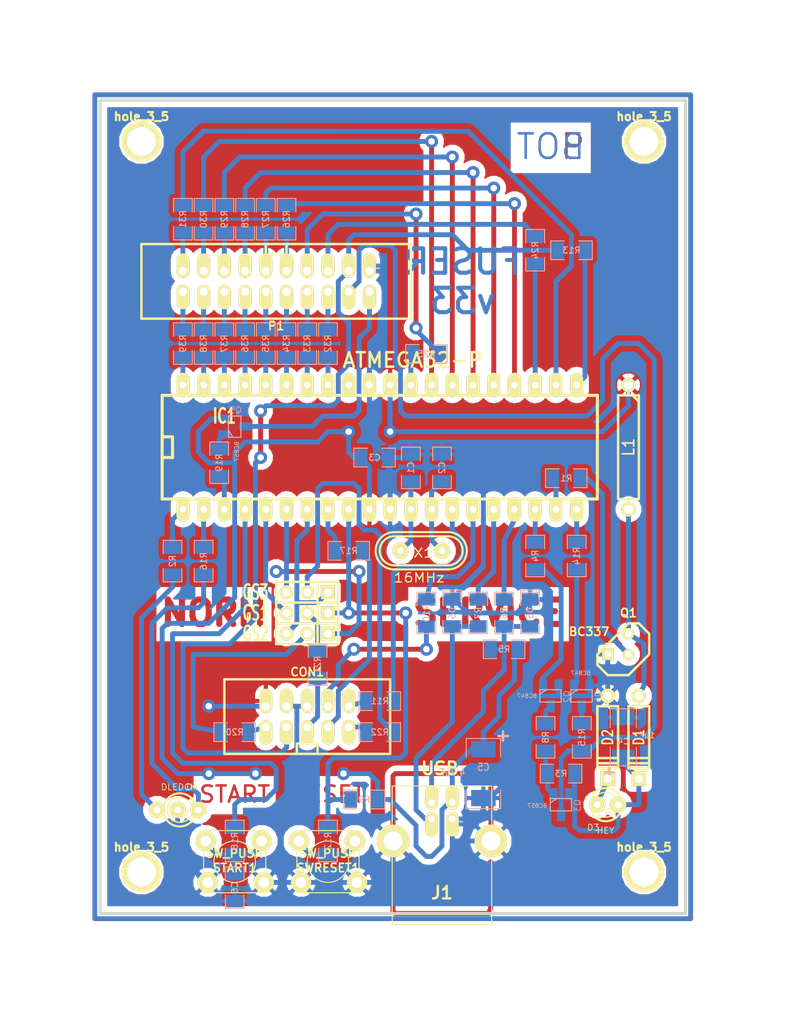
<source format=kicad_pcb>
(kicad_pcb (version 4) (host pcbnew 4.0.5+dfsg1-4)
  (title_block (title fuser) (date "13 mar 2014") (rev 33) (company emard) (comment 1 "high voltage programmer and fuse reset"))
  (layers (0 Front signal) (31 Back signal) (34 B.Paste user) (35 F.Paste user) (36 B.SilkS user) (37 F.SilkS user) (38 B.Mask user) (39 F.Mask user) (44 Edge.Cuts user))
  (net 0 "")
  (net 1 +12V)
  (net 2 +5V)
  (net 3 /BS1)
  (net 4 /BS1_A)
  (net 5 /BS2)
  (net 6 /BS2_A)
  (net 7 /CLK)
  (net 8 /CLK_A)
  (net 9 /D+)
  (net 10 /D-)
  (net 11 /D0)
  (net 12 /D0_A)
  (net 13 /D1)
  (net 14 /D1_A)
  (net 15 /D2)
  (net 16 /D2_A)
  (net 17 /D3)
  (net 18 /D3_A)
  (net 19 /D4)
  (net 20 /D4_A)
  (net 21 /D5)
  (net 22 /D5_A)
  (net 23 /D6)
  (net 24 /D6_A)
  (net 25 /D7)
  (net 26 /D7_A)
  (net 27 /FLYBACK)
  (net 28 /LEDG)
  (net 29 /LEDGREEN)
  (net 30 /LEDR)
  (net 31 /LEDRED)
  (net 32 /LVC)
  (net 33 /MISO)
  (net 34 /MISO_A)
  (net 35 /MISO_B)
  (net 36 /MOSI)
  (net 37 /MOSI_A)
  (net 38 /MOSI_B)
  (net 39 /NPNBH)
  (net 40 /NPNBL)
  (net 41 /NPNCH)
  (net 42 /OE)
  (net 43 /OE_A)
  (net 44 /PAGEL)
  (net 45 /PAGEL_A)
  (net 46 /PNPBH)
  (net 47 /PWM)
  (net 48 /PWMB)
  (net 49 /RDY)
  (net 50 /RDY_A)
  (net 51 /RESET)
  (net 52 /RESETBTN)
  (net 53 /RST)
  (net 54 /RST12V)
  (net 55 /RSTH)
  (net 56 /RSTL)
  (net 57 /RST_A)
  (net 58 /RST_B)
  (net 59 /RXD)
  (net 60 /RXD_A)
  (net 61 /SCK)
  (net 62 /SCK_A)
  (net 63 /START)
  (net 64 /STARTBTN)
  (net 65 /TXD)
  (net 66 /TXD_A)
  (net 67 /VCC)
  (net 68 /VCCB)
  (net 69 /VD+)
  (net 70 /VD-)
  (net 71 /WR)
  (net 72 /WR_A)
  (net 73 /XA0)
  (net 74 /XA0_A)
  (net 75 /XA1)
  (net 76 /XA1_A)
  (net 77 /ZV)
  (net 78 /nVCC)
  (net 79 GND)
  (net 80 N-0000024)
  (net 81 N-0000050)
  (module SOT23_INV-bigpads (layer Back) (at 107.95 80.01 90)
    (fp_text reference Q5 (at 1.99898 0.09906 360) (layer B.SilkS) (effects (font (size 0.762 0.762) (thickness 0.0762)) (justify mirror)))
    (fp_text value BC857 (at -3.048 0.254 90) (layer B.SilkS) (effects (font (size 0.50038 0.50038) (thickness 0.0762)) (justify mirror)))
    (pad 3 smd rect (at 0 1.27 90) (size 1.00076 1.50114) (layers Back B.Paste B.Mask) (net 67 /VCC))
    (pad 1 smd rect (at 0.9525 -1.27 90) (size 1.00076 1.50114) (layers Back B.Paste B.Mask) (net 2 +5V))
    (pad 2 smd rect (at -0.9525 -1.27 90) (size 1.00076 1.50114) (layers Back B.Paste B.Mask) (net 68 /VCCB))
  )
  (module USB_B-bigpads (layer Front) (at 133.35 130.81)
    (fp_text reference J1 (at 0 6.35) (layer F.SilkS) (effects (font (thickness 0.3048))))
    (fp_text value USB (at -0.254 -8.89) (layer F.SilkS) (effects (font (thickness 0.3048))))
    (pad 1 thru_hole oval (at 1.27 -4.699) (size 1.6002 2.99974) (drill 0.8128 (offset 0 -0.65024)) (layers *.Cu *.Mask F.SilkS) (net 2 +5V))
    (pad 2 thru_hole oval (at -1.27 -4.699) (size 1.6002 2.99974) (drill 0.8128 (offset 0 -0.65024)) (layers *.Cu *.Mask F.SilkS) (net 10 /D-))
    (pad 3 thru_hole oval (at -1.27 -2.70002) (size 1.6002 2.99974) (drill 0.8128 (offset 0 0.65024)) (layers *.Cu *.Mask F.SilkS) (net 9 /D+))
    (pad 4 thru_hole oval (at 1.27 -2.70002) (size 1.6002 2.99974) (drill 0.8128 (offset 0 0.65024)) (layers *.Cu *.Mask F.SilkS) (net 79 GND))
    (pad 5 thru_hole circle (at 5.99948 0) (size 4.0005 4.0005) (drill 2.30124) (layers *.Cu *.Mask F.SilkS) (net 79 GND))
    (pad 6 thru_hole circle (at -5.99948 0) (size 4.0005 4.0005) (drill 2.30124) (layers *.Cu *.Mask F.SilkS) (net 79 GND))
  )
  (module crystal_hc-49s (layer Front) (at 130.81 95.25 180)
    (fp_text reference X1 (at -0.254 -0.254 180) (layer F.SilkS) (effects (font (size 1.143 1.27) (thickness 0.1524))))
    (fp_text value 16MHz (at 0.254 -3.302 180) (layer F.SilkS) (effects (font (size 1.143 1.27) (thickness 0.1524))))
    (pad 1 thru_hole circle (at -2.54 0 180) (size 1.99898 1.99898) (drill 0.8001) (layers *.Cu *.Mask F.SilkS) (net 81 N-0000050))
    (pad 2 thru_hole circle (at 2.54 0 180) (size 1.99898 1.99898) (drill 0.8001) (layers *.Cu *.Mask F.SilkS) (net 80 N-0000024))
  )
  (module conn_strip_5x2_largepads (layer Front) (at 116.84 115.57)
    (fp_text reference CON1 (at 0 -5.461) (layer F.SilkS) (effects (font (size 1.016 1.016) (thickness 0.2032))))
    (fp_text value AVR-ISP-10 hide)
    (pad 1 thru_hole oval (at -5.08 1.27) (size 1.6002 2.99974) (drill 1.00076 (offset 0 0.65024)) (layers *.Cu *.Mask F.SilkS) (net 37 /MOSI_A))
    (pad 2 thru_hole oval (at -5.08 -1.27) (size 1.6002 2.99974) (drill 1.00076 (offset 0 -0.65024)) (layers *.Cu *.Mask F.SilkS) (net 2 +5V))
    (pad 3 thru_hole oval (at -2.54 1.27) (size 1.6002 2.99974) (drill 1.00076 (offset 0 0.65024)) (layers *.Cu *.Mask F.SilkS) (net 8 /CLK_A))
    (pad 4 thru_hole oval (at -2.54 -1.27) (size 1.6002 2.99974) (drill 1.00076 (offset 0 -0.65024)) (layers *.Cu *.Mask F.SilkS) (net 79 GND))
    (pad 5 thru_hole oval (at 0 1.27) (size 1.6002 2.99974) (drill 1.00076 (offset 0 0.65024)) (layers *.Cu *.Mask F.SilkS) (net 57 /RST_A))
    (pad 6 thru_hole oval (at 0 -1.27) (size 1.6002 2.99974) (drill 1.00076 (offset 0 -0.65024)) (layers *.Cu *.Mask F.SilkS) (net 79 GND))
    (pad 7 thru_hole oval (at 2.54 1.27) (size 1.6002 2.99974) (drill 1.00076 (offset 0 0.65024)) (layers *.Cu *.Mask F.SilkS) (net 62 /SCK_A))
    (pad 8 thru_hole oval (at 2.54 -1.27) (size 1.6002 2.99974) (drill 1.00076 (offset 0 -0.65024)) (layers *.Cu *.Mask F.SilkS) (net 66 /TXD_A))
    (pad 9 thru_hole oval (at 5.08 1.27) (size 1.6002 2.99974) (drill 1.00076 (offset 0 0.65024)) (layers *.Cu *.Mask F.SilkS) (net 34 /MISO_A))
    (pad 10 thru_hole oval (at 5.08 -1.27) (size 1.6002 2.99974) (drill 1.00076 (offset 0 -0.65024)) (layers *.Cu *.Mask F.SilkS) (net 60 /RXD_A))
  )
  (module conn_strip_10x2_largepads (layer Front) (at 113.03 62.23 180)
    (fp_text reference P1 (at 0 -5.461 180) (layer F.SilkS) (effects (font (size 1.016 1.016) (thickness 0.2032))))
    (fp_text value CONN_10X2 hide)
    (pad 1 thru_hole oval (at -11.43 1.27 180) (size 1.6002 2.99974) (drill 1.00076 (offset 0 0.65024)) (layers *.Cu *.Mask F.SilkS) (net 79 GND))
    (pad 2 thru_hole oval (at -11.43 -1.27 180) (size 1.6002 2.99974) (drill 1.00076 (offset 0 -0.65024)) (layers *.Cu *.Mask F.SilkS) (net 67 /VCC))
    (pad 3 thru_hole oval (at -8.89 1.27 180) (size 1.6002 2.99974) (drill 1.00076 (offset 0 0.65024)) (layers *.Cu *.Mask F.SilkS) (net 8 /CLK_A))
    (pad 4 thru_hole oval (at -8.89 -1.27 180) (size 1.6002 2.99974) (drill 1.00076 (offset 0 -0.65024)) (layers *.Cu *.Mask F.SilkS) (net 54 /RST12V))
    (pad 5 thru_hole oval (at -6.35 1.27 180) (size 1.6002 2.99974) (drill 1.00076 (offset 0 0.65024)) (layers *.Cu *.Mask F.SilkS) (net 6 /BS2_A))
    (pad 6 thru_hole oval (at -6.35 -1.27 180) (size 1.6002 2.99974) (drill 1.00076 (offset 0 -0.65024)) (layers *.Cu *.Mask F.SilkS) (net 26 /D7_A))
    (pad 7 thru_hole oval (at -3.81 1.27 180) (size 1.6002 2.99974) (drill 1.00076 (offset 0 0.65024)) (layers *.Cu *.Mask F.SilkS) (net 50 /RDY_A))
    (pad 8 thru_hole oval (at -3.81 -1.27 180) (size 1.6002 2.99974) (drill 1.00076 (offset 0 -0.65024)) (layers *.Cu *.Mask F.SilkS) (net 24 /D6_A))
    (pad 9 thru_hole oval (at -1.27 1.27 180) (size 1.6002 2.99974) (drill 1.00076 (offset 0 0.65024)) (layers *.Cu *.Mask F.SilkS) (net 43 /OE_A))
    (pad 10 thru_hole oval (at -1.27 -1.27 180) (size 1.6002 2.99974) (drill 1.00076 (offset 0 -0.65024)) (layers *.Cu *.Mask F.SilkS) (net 22 /D5_A))
    (pad 11 thru_hole oval (at 1.27 1.27 180) (size 1.6002 2.99974) (drill 1.00076 (offset 0 0.65024)) (layers *.Cu *.Mask F.SilkS) (net 72 /WR_A))
    (pad 12 thru_hole oval (at 1.27 -1.27 180) (size 1.6002 2.99974) (drill 1.00076 (offset 0 -0.65024)) (layers *.Cu *.Mask F.SilkS) (net 20 /D4_A))
    (pad 13 thru_hole oval (at 3.81 1.27 180) (size 1.6002 2.99974) (drill 1.00076 (offset 0 0.65024)) (layers *.Cu *.Mask F.SilkS) (net 4 /BS1_A))
    (pad 14 thru_hole oval (at 3.81 -1.27 180) (size 1.6002 2.99974) (drill 1.00076 (offset 0 -0.65024)) (layers *.Cu *.Mask F.SilkS) (net 18 /D3_A))
    (pad 15 thru_hole oval (at 6.35 1.27 180) (size 1.6002 2.99974) (drill 1.00076 (offset 0 0.65024)) (layers *.Cu *.Mask F.SilkS) (net 74 /XA0_A))
    (pad 16 thru_hole oval (at 6.35 -1.27 180) (size 1.6002 2.99974) (drill 1.00076 (offset 0 -0.65024)) (layers *.Cu *.Mask F.SilkS) (net 16 /D2_A))
    (pad 17 thru_hole oval (at 8.89 1.27 180) (size 1.6002 2.99974) (drill 1.00076 (offset 0 0.65024)) (layers *.Cu *.Mask F.SilkS) (net 76 /XA1_A))
    (pad 18 thru_hole oval (at 8.89 -1.27 180) (size 1.6002 2.99974) (drill 1.00076 (offset 0 -0.65024)) (layers *.Cu *.Mask F.SilkS) (net 14 /D1_A))
    (pad 19 thru_hole oval (at 11.43 1.27 180) (size 1.6002 2.99974) (drill 1.00076 (offset 0 0.65024)) (layers *.Cu *.Mask F.SilkS) (net 45 /PAGEL_A))
    (pad 20 thru_hole oval (at 11.43 -1.27 180) (size 1.6002 2.99974) (drill 1.00076 (offset 0 -0.65024)) (layers *.Cu *.Mask F.SilkS) (net 12 /D0_A))
  )
  (module LED-3MM-bigpads (layer Front) (at 153.67 126.365 180)
    (fp_text reference D3 (at 1.778 -2.794 180) (layer F.SilkS) (effects (font (size 0.762 0.762) (thickness 0.0889))))
    (fp_text value HEY (at 0.254 -3.175 180) (layer F.SilkS) (effects (font (size 0.762 0.762) (thickness 0.0889))))
    (pad 1 thru_hole circle (at -1.27 0 180) (size 1.99898 1.99898) (drill 0.8128) (layers *.Cu *.Paste *.Mask F.SilkS) (net 1 +12V))
    (pad 2 thru_hole circle (at 1.27 0 180) (size 1.99898 1.99898) (drill 0.8128) (layers *.Cu *.Paste *.Mask F.SilkS) (net 77 /ZV))
  )
  (module LED-3MM-dual-bigpads (layer Front) (at 100.965 127)
    (fp_text reference D4 (at 1.778 -2.794) (layer F.SilkS) (effects (font (size 0.762 0.762) (thickness 0.0889))))
    (fp_text value DLEDCK (at 0.127 -2.794) (layer F.SilkS) (effects (font (size 0.762 0.762) (thickness 0.0889))))
    (pad 1 thru_hole circle (at -2.54 0) (size 1.99898 1.99898) (drill 0.8128) (layers *.Cu *.Paste *.Mask F.SilkS) (net 30 /LEDR))
    (pad 2 thru_hole circle (at 0 0) (size 1.99898 1.99898) (drill 0.8128) (layers *.Cu *.Paste *.Mask F.SilkS) (net 79 GND))
    (pad 3 thru_hole circle (at 2.54 0) (size 1.99898 1.99898) (drill 0.8128) (layers *.Cu *.Paste *.Mask F.SilkS) (net 28 /LEDG))
  )
  (module SIL-3_bigpads (layer Front) (at 116.84 102.87 180)
    (fp_text reference GS1 (at 6.35 0 180) (layer F.SilkS) (effects (font (size 1.7907 1.07696) (thickness 0.26924))))
    (fp_text value GS3 hide)
    (pad 1 thru_hole rect (at -2.54 0 180) (size 1.69926 1.69926) (drill 1.00076) (layers *.Cu *.Mask F.SilkS) (net 51 /RESET))
    (pad 2 thru_hole circle (at 0 0 180) (size 1.69926 1.69926) (drill 1.00076) (layers *.Cu *.Mask F.SilkS) (net 58 /RST_B))
    (pad 3 thru_hole circle (at 2.54 0 180) (size 1.69926 1.69926) (drill 1.00076) (layers *.Cu *.Mask F.SilkS) (net 53 /RST))
  )
  (module SIL-3_bigpads (layer Front) (at 116.84 105.41 180)
    (fp_text reference GS2 (at 6.35 0 180) (layer F.SilkS) (effects (font (size 1.7907 1.07696) (thickness 0.26924))))
    (fp_text value GS3 hide)
    (pad 1 thru_hole rect (at -2.54 0 180) (size 1.69926 1.69926) (drill 1.00076) (layers *.Cu *.Mask F.SilkS) (net 36 /MOSI))
    (pad 2 thru_hole circle (at 0 0 180) (size 1.69926 1.69926) (drill 1.00076) (layers *.Cu *.Mask F.SilkS) (net 38 /MOSI_B))
    (pad 3 thru_hole circle (at 2.54 0 180) (size 1.69926 1.69926) (drill 1.00076) (layers *.Cu *.Mask F.SilkS) (net 33 /MISO))
  )
  (module SIL-3_bigpads (layer Front) (at 116.84 100.33 180)
    (fp_text reference GS3 (at 6.35 0 180) (layer F.SilkS) (effects (font (size 1.7907 1.07696) (thickness 0.26924))))
    (fp_text value GS3 hide)
    (pad 1 thru_hole rect (at -2.54 0 180) (size 1.69926 1.69926) (drill 1.00076) (layers *.Cu *.Mask F.SilkS) (net 33 /MISO))
    (pad 2 thru_hole circle (at 0 0 180) (size 1.69926 1.69926) (drill 1.00076) (layers *.Cu *.Mask F.SilkS) (net 35 /MISO_B))
    (pad 3 thru_hole circle (at 2.54 0 180) (size 1.69926 1.69926) (drill 1.00076) (layers *.Cu *.Mask F.SilkS) (net 36 /MOSI))
  )
  (module DIP-40__600-bigpads (layer Front) (at 125.73 82.55)
    (fp_text reference IC1 (at -19.05 -3.81) (layer F.SilkS) (effects (font (size 1.778 1.143) (thickness 0.28702))))
    (fp_text value ATMEGA32-P (at 4.064 -10.668) (layer F.SilkS) (effects (font (size 1.778 1.778) (thickness 0.3048))))
    (pad 1 thru_hole oval (at -24.13 7.62) (size 1.6002 2.99974) (drill 0.8128) (layers *.Cu *.Mask F.SilkS) (net 31 /LEDRED))
    (pad 2 thru_hole oval (at -21.59 7.62) (size 1.6002 2.99974) (drill 0.8128) (layers *.Cu *.Mask F.SilkS) (net 29 /LEDGREEN))
    (pad 3 thru_hole oval (at -19.05 7.62) (size 1.6002 2.99974) (drill 0.8128) (layers *.Cu *.Mask F.SilkS) (net 78 /nVCC))
    (pad 4 thru_hole oval (at -16.51 7.62) (size 1.6002 2.99974) (drill 0.8128) (layers *.Cu *.Mask F.SilkS) (net 63 /START))
    (pad 5 thru_hole oval (at -13.97 7.62) (size 1.6002 2.99974) (drill 0.8128) (layers *.Cu *.Mask F.SilkS) (net 53 /RST))
    (pad 6 thru_hole oval (at -11.43 7.62) (size 1.6002 2.99974) (drill 0.8128) (layers *.Cu *.Mask F.SilkS) (net 36 /MOSI))
    (pad 7 thru_hole oval (at -8.89 7.62) (size 1.6002 2.99974) (drill 0.8128) (layers *.Cu *.Mask F.SilkS) (net 33 /MISO))
    (pad 8 thru_hole oval (at -6.35 7.62) (size 1.6002 2.99974) (drill 0.8128) (layers *.Cu *.Mask F.SilkS) (net 61 /SCK))
    (pad 9 thru_hole oval (at -3.81 7.62) (size 1.6002 2.99974) (drill 0.8128) (layers *.Cu *.Mask F.SilkS) (net 51 /RESET))
    (pad 10 thru_hole oval (at -1.27 7.62) (size 1.6002 2.99974) (drill 0.8128) (layers *.Cu *.Mask F.SilkS) (net 2 +5V))
    (pad 11 thru_hole oval (at 1.27 7.62) (size 1.6002 2.99974) (drill 0.8128) (layers *.Cu *.Mask F.SilkS) (net 79 GND))
    (pad 12 thru_hole oval (at 3.81 7.62) (size 1.6002 2.99974) (drill 0.8128) (layers *.Cu *.Mask F.SilkS) (net 80 N-0000024))
    (pad 13 thru_hole oval (at 6.35 7.62) (size 1.6002 2.99974) (drill 0.8128) (layers *.Cu *.Mask F.SilkS) (net 81 N-0000050))
    (pad 14 thru_hole oval (at 8.89 7.62) (size 1.6002 2.99974) (drill 0.8128) (layers *.Cu *.Mask F.SilkS) (net 59 /RXD))
    (pad 15 thru_hole oval (at 11.43 7.62) (size 1.6002 2.99974) (drill 0.8128) (layers *.Cu *.Mask F.SilkS) (net 65 /TXD))
    (pad 16 thru_hole oval (at 13.97 7.62) (size 1.6002 2.99974) (drill 0.8128) (layers *.Cu *.Mask F.SilkS) (net 69 /VD+))
    (pad 17 thru_hole oval (at 16.51 7.62) (size 1.6002 2.99974) (drill 0.8128) (layers *.Cu *.Mask F.SilkS) (net 70 /VD-))
    (pad 18 thru_hole oval (at 19.05 7.62) (size 1.6002 2.99974) (drill 0.8128) (layers *.Cu *.Mask F.SilkS) (net 55 /RSTH))
    (pad 19 thru_hole oval (at 21.59 7.62) (size 1.6002 2.99974) (drill 0.8128) (layers *.Cu *.Mask F.SilkS) (net 47 /PWM))
    (pad 20 thru_hole oval (at 24.13 7.62) (size 1.6002 2.99974) (drill 0.8128) (layers *.Cu *.Mask F.SilkS) (net 56 /RSTL))
    (pad 21 thru_hole oval (at 24.13 -7.62) (size 1.6002 2.99974) (drill 0.8128) (layers *.Cu *.Mask F.SilkS) (net 7 /CLK))
    (pad 22 thru_hole oval (at 21.59 -7.62) (size 1.6002 2.99974) (drill 0.8128) (layers *.Cu *.Mask F.SilkS) (net 44 /PAGEL))
    (pad 23 thru_hole oval (at 19.05 -7.62) (size 1.6002 2.99974) (drill 0.8128) (layers *.Cu *.Mask F.SilkS) (net 5 /BS2))
    (pad 24 thru_hole oval (at 16.51 -7.62) (size 1.6002 2.99974) (drill 0.8128) (layers *.Cu *.Mask F.SilkS) (net 42 /OE))
    (pad 25 thru_hole oval (at 13.97 -7.62) (size 1.6002 2.99974) (drill 0.8128) (layers *.Cu *.Mask F.SilkS) (net 71 /WR))
    (pad 26 thru_hole oval (at 11.43 -7.62) (size 1.6002 2.99974) (drill 0.8128) (layers *.Cu *.Mask F.SilkS) (net 3 /BS1))
    (pad 27 thru_hole oval (at 8.89 -7.62) (size 1.6002 2.99974) (drill 0.8128) (layers *.Cu *.Mask F.SilkS) (net 73 /XA0))
    (pad 28 thru_hole oval (at 6.35 -7.62) (size 1.6002 2.99974) (drill 0.8128) (layers *.Cu *.Mask F.SilkS) (net 75 /XA1))
    (pad 29 thru_hole oval (at 3.81 -7.62) (size 1.6002 2.99974) (drill 0.8128) (layers *.Cu *.Mask F.SilkS) (net 49 /RDY))
    (pad 30 thru_hole oval (at 1.27 -7.62) (size 1.6002 2.99974) (drill 0.8128) (layers *.Cu *.Mask F.SilkS) (net 2 +5V))
    (pad 31 thru_hole oval (at -1.27 -7.62) (size 1.6002 2.99974) (drill 0.8128) (layers *.Cu *.Mask F.SilkS) (net 79 GND))
    (pad 32 thru_hole oval (at -3.81 -7.62) (size 1.6002 2.99974) (drill 0.8128) (layers *.Cu *.Mask F.SilkS))
    (pad 33 thru_hole oval (at -6.35 -7.62) (size 1.6002 2.99974) (drill 0.8128) (layers *.Cu *.Mask F.SilkS) (net 25 /D7))
    (pad 34 thru_hole oval (at -8.89 -7.62) (size 1.6002 2.99974) (drill 0.8128) (layers *.Cu *.Mask F.SilkS) (net 23 /D6))
    (pad 35 thru_hole oval (at -11.43 -7.62) (size 1.6002 2.99974) (drill 0.8128) (layers *.Cu *.Mask F.SilkS) (net 21 /D5))
    (pad 36 thru_hole oval (at -13.97 -7.62) (size 1.6002 2.99974) (drill 0.8128) (layers *.Cu *.Mask F.SilkS) (net 19 /D4))
    (pad 37 thru_hole oval (at -16.51 -7.62) (size 1.6002 2.99974) (drill 0.8128) (layers *.Cu *.Mask F.SilkS) (net 17 /D3))
    (pad 38 thru_hole oval (at -19.05 -7.62) (size 1.6002 2.99974) (drill 0.8128) (layers *.Cu *.Mask F.SilkS) (net 15 /D2))
    (pad 39 thru_hole oval (at -21.59 -7.62) (size 1.6002 2.99974) (drill 0.8128) (layers *.Cu *.Mask F.SilkS) (net 13 /D1))
    (pad 40 thru_hole oval (at -24.13 -7.62) (size 1.6002 2.99974) (drill 0.8128) (layers *.Cu *.Mask F.SilkS) (net 11 /D0))
  )
  (module SOT23_INV-bigpads (layer Back) (at 146.685 113.03)
    (fp_text reference Q2 (at 1.99898 0.09906 270) (layer B.SilkS) (effects (font (size 0.762 0.762) (thickness 0.0762)) (justify mirror)))
    (fp_text value BC847 (at -2.921 0) (layer B.SilkS) (effects (font (size 0.50038 0.50038) (thickness 0.0762)) (justify mirror)))
    (pad 3 smd rect (at 0 1.27) (size 1.00076 1.50114) (layers Back B.Paste B.Mask) (net 41 /NPNCH))
    (pad 1 smd rect (at 0.9525 -1.27) (size 1.00076 1.50114) (layers Back B.Paste B.Mask) (net 79 GND))
    (pad 2 smd rect (at -0.9525 -1.27) (size 1.00076 1.50114) (layers Back B.Paste B.Mask) (net 39 /NPNBH))
  )
  (module SOT23_INV-bigpads (layer Back) (at 147.955 126.365)
    (fp_text reference Q3 (at 1.99898 0.09906 270) (layer B.SilkS) (effects (font (size 0.762 0.762) (thickness 0.0762)) (justify mirror)))
    (fp_text value BC857 (at -2.921 0.127) (layer B.SilkS) (effects (font (size 0.50038 0.50038) (thickness 0.0762)) (justify mirror)))
    (pad 3 smd rect (at 0 1.27) (size 1.00076 1.50114) (layers Back B.Paste B.Mask) (net 54 /RST12V))
    (pad 1 smd rect (at 0.9525 -1.27) (size 1.00076 1.50114) (layers Back B.Paste B.Mask) (net 1 +12V))
    (pad 2 smd rect (at -0.9525 -1.27) (size 1.00076 1.50114) (layers Back B.Paste B.Mask) (net 46 /PNPBH))
  )
  (module SOT23_INV-bigpads (layer Back) (at 150.495 113.03)
    (fp_text reference Q4 (at 1.99898 0.09906 270) (layer B.SilkS) (effects (font (size 0.762 0.762) (thickness 0.0762)) (justify mirror)))
    (fp_text value BC847 (at -0.127 -2.794) (layer B.SilkS) (effects (font (size 0.50038 0.50038) (thickness 0.0762)) (justify mirror)))
    (pad 3 smd rect (at 0 1.27) (size 1.00076 1.50114) (layers Back B.Paste B.Mask) (net 32 /LVC))
    (pad 1 smd rect (at 0.9525 -1.27) (size 1.00076 1.50114) (layers Back B.Paste B.Mask) (net 79 GND))
    (pad 2 smd rect (at -0.9525 -1.27) (size 1.00076 1.50114) (layers Back B.Paste B.Mask) (net 40 /NPNBL))
  )
  (module SM1206 (layer Back) (at 114.3 69.85 90)
    (fp_text reference R34 (at 0 0 90) (layer B.SilkS) (effects (font (size 0.762 0.762) (thickness 0.127)) (justify mirror)))
    (fp_text value 330 hide)
    (pad 1 smd rect (at -1.651 0 90) (size 1.524 2.032) (layers Back B.Paste B.Mask) (net 21 /D5))
    (pad 2 smd rect (at 1.651 0 90) (size 1.524 2.032) (layers Back B.Paste B.Mask) (net 22 /D5_A))
  )
  (module SM1206 (layer Back) (at 116.84 69.85 90)
    (fp_text reference R33 (at 0 0 90) (layer B.SilkS) (effects (font (size 0.762 0.762) (thickness 0.127)) (justify mirror)))
    (fp_text value 330 hide)
    (pad 1 smd rect (at -1.651 0 90) (size 1.524 2.032) (layers Back B.Paste B.Mask) (net 23 /D6))
    (pad 2 smd rect (at 1.651 0 90) (size 1.524 2.032) (layers Back B.Paste B.Mask) (net 24 /D6_A))
  )
  (module SM1206 (layer Back) (at 109.22 69.85 90)
    (fp_text reference R36 (at 0 0 90) (layer B.SilkS) (effects (font (size 0.762 0.762) (thickness 0.127)) (justify mirror)))
    (fp_text value 330 hide)
    (pad 1 smd rect (at -1.651 0 90) (size 1.524 2.032) (layers Back B.Paste B.Mask) (net 17 /D3))
    (pad 2 smd rect (at 1.651 0 90) (size 1.524 2.032) (layers Back B.Paste B.Mask) (net 18 /D3_A))
  )
  (module SM1206 (layer Back) (at 106.68 69.85 90)
    (fp_text reference R37 (at 0 0 90) (layer B.SilkS) (effects (font (size 0.762 0.762) (thickness 0.127)) (justify mirror)))
    (fp_text value 330 hide)
    (pad 1 smd rect (at -1.651 0 90) (size 1.524 2.032) (layers Back B.Paste B.Mask) (net 15 /D2))
    (pad 2 smd rect (at 1.651 0 90) (size 1.524 2.032) (layers Back B.Paste B.Mask) (net 16 /D2_A))
  )
  (module SM1206 (layer Back) (at 111.76 69.85 90)
    (fp_text reference R35 (at 0 0 90) (layer B.SilkS) (effects (font (size 0.762 0.762) (thickness 0.127)) (justify mirror)))
    (fp_text value 330 hide)
    (pad 1 smd rect (at -1.651 0 90) (size 1.524 2.032) (layers Back B.Paste B.Mask) (net 19 /D4))
    (pad 2 smd rect (at 1.651 0 90) (size 1.524 2.032) (layers Back B.Paste B.Mask) (net 20 /D4_A))
  )
  (module SM1206 (layer Back) (at 104.14 69.85 90)
    (fp_text reference R38 (at 0 0 90) (layer B.SilkS) (effects (font (size 0.762 0.762) (thickness 0.127)) (justify mirror)))
    (fp_text value 330 hide)
    (pad 1 smd rect (at -1.651 0 90) (size 1.524 2.032) (layers Back B.Paste B.Mask) (net 13 /D1))
    (pad 2 smd rect (at 1.651 0 90) (size 1.524 2.032) (layers Back B.Paste B.Mask) (net 14 /D1_A))
  )
  (module SM1206 (layer Back) (at 101.6 69.85 90)
    (fp_text reference R39 (at 0 0 90) (layer B.SilkS) (effects (font (size 0.762 0.762) (thickness 0.127)) (justify mirror)))
    (fp_text value 330 hide)
    (pad 1 smd rect (at -1.651 0 90) (size 1.524 2.032) (layers Back B.Paste B.Mask) (net 11 /D0))
    (pad 2 smd rect (at 1.651 0 90) (size 1.524 2.032) (layers Back B.Paste B.Mask) (net 12 /D0_A))
  )
  (module SM1206 (layer Back) (at 104.14 54.61 90)
    (fp_text reference R30 (at 0 0 90) (layer B.SilkS) (effects (font (size 0.762 0.762) (thickness 0.127)) (justify mirror)))
    (fp_text value 330 hide)
    (pad 1 smd rect (at -1.651 0 90) (size 1.524 2.032) (layers Back B.Paste B.Mask) (net 76 /XA1_A))
    (pad 2 smd rect (at 1.651 0 90) (size 1.524 2.032) (layers Back B.Paste B.Mask) (net 75 /XA1))
  )
  (module SM1206 (layer Back) (at 101.6 54.61 90)
    (fp_text reference R31 (at 0 0 90) (layer B.SilkS) (effects (font (size 0.762 0.762) (thickness 0.127)) (justify mirror)))
    (fp_text value 330 hide)
    (pad 1 smd rect (at -1.651 0 90) (size 1.524 2.032) (layers Back B.Paste B.Mask) (net 45 /PAGEL_A))
    (pad 2 smd rect (at 1.651 0 90) (size 1.524 2.032) (layers Back B.Paste B.Mask) (net 44 /PAGEL))
  )
  (module SM1206 (layer Back) (at 119.38 69.85 90)
    (fp_text reference R32 (at 0 0 90) (layer B.SilkS) (effects (font (size 0.762 0.762) (thickness 0.127)) (justify mirror)))
    (fp_text value 330 hide)
    (pad 1 smd rect (at -1.651 0 90) (size 1.524 2.032) (layers Back B.Paste B.Mask) (net 25 /D7))
    (pad 2 smd rect (at 1.651 0 90) (size 1.524 2.032) (layers Back B.Paste B.Mask) (net 26 /D7_A))
  )
  (module SM1206 (layer Back) (at 114.3 54.61 90)
    (fp_text reference R26 (at 0 0 90) (layer B.SilkS) (effects (font (size 0.762 0.762) (thickness 0.127)) (justify mirror)))
    (fp_text value 330 hide)
    (pad 1 smd rect (at -1.651 0 90) (size 1.524 2.032) (layers Back B.Paste B.Mask) (net 43 /OE_A))
    (pad 2 smd rect (at 1.651 0 90) (size 1.524 2.032) (layers Back B.Paste B.Mask) (net 42 /OE))
  )
  (module SM1206 (layer Back) (at 109.22 54.61 90)
    (fp_text reference R28 (at 0 0 90) (layer B.SilkS) (effects (font (size 0.762 0.762) (thickness 0.127)) (justify mirror)))
    (fp_text value 330 hide)
    (pad 1 smd rect (at -1.651 0 90) (size 1.524 2.032) (layers Back B.Paste B.Mask) (net 4 /BS1_A))
    (pad 2 smd rect (at 1.651 0 90) (size 1.524 2.032) (layers Back B.Paste B.Mask) (net 3 /BS1))
  )
  (module SM1206 (layer Back) (at 111.76 54.61 90)
    (fp_text reference R27 (at 0 0 90) (layer B.SilkS) (effects (font (size 0.762 0.762) (thickness 0.127)) (justify mirror)))
    (fp_text value 330 hide)
    (pad 1 smd rect (at -1.651 0 90) (size 1.524 2.032) (layers Back B.Paste B.Mask) (net 72 /WR_A))
    (pad 2 smd rect (at 1.651 0 90) (size 1.524 2.032) (layers Back B.Paste B.Mask) (net 71 /WR))
  )
  (module SM1206 (layer Back) (at 144.78 58.42 270)
    (fp_text reference R24 (at 0 0 270) (layer B.SilkS) (effects (font (size 0.762 0.762) (thickness 0.127)) (justify mirror)))
    (fp_text value 330 hide)
    (pad 1 smd rect (at -1.651 0 270) (size 1.524 2.032) (layers Back B.Paste B.Mask) (net 6 /BS2_A))
    (pad 2 smd rect (at 1.651 0 270) (size 1.524 2.032) (layers Back B.Paste B.Mask) (net 5 /BS2))
  )
  (module SM1206 (layer Back) (at 131.445 71.12 180)
    (fp_text reference R25 (at 0 0 180) (layer B.SilkS) (effects (font (size 0.762 0.762) (thickness 0.127)) (justify mirror)))
    (fp_text value 330 hide)
    (pad 1 smd rect (at -1.651 0 180) (size 1.524 2.032) (layers Back B.Paste B.Mask) (net 50 /RDY_A))
    (pad 2 smd rect (at 1.651 0 180) (size 1.524 2.032) (layers Back B.Paste B.Mask) (net 49 /RDY))
  )
  (module SM1206 (layer Back) (at 118.11 109.22 90)
    (fp_text reference R21 (at 0 0 90) (layer B.SilkS) (effects (font (size 0.762 0.762) (thickness 0.127)) (justify mirror)))
    (fp_text value 330 hide)
    (pad 1 smd rect (at -1.651 0 90) (size 1.524 2.032) (layers Back B.Paste B.Mask) (net 57 /RST_A))
    (pad 2 smd rect (at 1.651 0 90) (size 1.524 2.032) (layers Back B.Paste B.Mask) (net 58 /RST_B))
  )
  (module SM1206 (layer Back) (at 125.73 117.475)
    (fp_text reference R22 (at 0 0) (layer B.SilkS) (effects (font (size 0.762 0.762) (thickness 0.127)) (justify mirror)))
    (fp_text value 330 hide)
    (pad 1 smd rect (at -1.651 0) (size 1.524 2.032) (layers Back B.Paste B.Mask) (net 34 /MISO_A))
    (pad 2 smd rect (at 1.651 0) (size 1.524 2.032) (layers Back B.Paste B.Mask) (net 35 /MISO_B))
  )
  (module SM1206 (layer Back) (at 107.95 117.475 180)
    (fp_text reference R20 (at 0 0 180) (layer B.SilkS) (effects (font (size 0.762 0.762) (thickness 0.127)) (justify mirror)))
    (fp_text value 330 hide)
    (pad 1 smd rect (at -1.651 0 180) (size 1.524 2.032) (layers Back B.Paste B.Mask) (net 37 /MOSI_A))
    (pad 2 smd rect (at 1.651 0 180) (size 1.524 2.032) (layers Back B.Paste B.Mask) (net 38 /MOSI_B))
  )
  (module SM1206 (layer Back) (at 106.68 54.61 90)
    (fp_text reference R29 (at 0 0 90) (layer B.SilkS) (effects (font (size 0.762 0.762) (thickness 0.127)) (justify mirror)))
    (fp_text value 330 hide)
    (pad 1 smd rect (at -1.651 0 90) (size 1.524 2.032) (layers Back B.Paste B.Mask) (net 74 /XA0_A))
    (pad 2 smd rect (at 1.651 0 90) (size 1.524 2.032) (layers Back B.Paste B.Mask) (net 73 /XA0))
  )
  (module SM1206 (layer Back) (at 107.95 136.525 270)
    (fp_text reference C6 (at 0 0 270) (layer B.SilkS) (effects (font (size 0.762 0.762) (thickness 0.127)) (justify mirror)))
    (fp_text value 1nF hide)
    (pad 1 smd rect (at -1.651 0 270) (size 1.524 2.032) (layers Back B.Paste B.Mask) (net 64 /STARTBTN))
    (pad 2 smd rect (at 1.651 0 270) (size 1.524 2.032) (layers Back B.Paste B.Mask) (net 79 GND))
  )
  (module SM1206 (layer Back) (at 106.045 84.455 270)
    (fp_text reference R19 (at 0 0 270) (layer B.SilkS) (effects (font (size 0.762 0.762) (thickness 0.127)) (justify mirror)))
    (fp_text value 1k hide)
    (pad 1 smd rect (at -1.651 0 270) (size 1.524 2.032) (layers Back B.Paste B.Mask) (net 68 /VCCB))
    (pad 2 smd rect (at 1.651 0 270) (size 1.524 2.032) (layers Back B.Paste B.Mask) (net 78 /nVCC))
  )
  (module SM2010 (layer Back) (at 155.575 118.11 90)
    (fp_text reference C4 (at -0.50038 0 360) (layer B.SilkS) (effects (font (size 0.70104 0.70104) (thickness 0.127)) (justify mirror)))
    (fp_text value 1uF (at 0.254 2.921 360) (layer B.SilkS) (effects (font (size 0.70104 0.70104) (thickness 0.127)) (justify mirror)))
    (fp_text user + (at -4.30022 -1.80086 90) (layer B.SilkS) (effects (font (thickness 0.29972)) (justify mirror)))
    (pad 1 smd rect (at -2.4003 0 90) (size 1.80086 2.70002) (layers Back B.Paste B.Mask) (net 1 +12V))
    (pad 2 smd rect (at 2.4003 0 90) (size 1.80086 2.70002) (layers Back B.Paste B.Mask) (net 79 GND))
  )
  (module SM1206 (layer Back) (at 125.095 83.82)
    (fp_text reference C3 (at 0 0) (layer B.SilkS) (effects (font (size 0.762 0.762) (thickness 0.127)) (justify mirror)))
    (fp_text value 56nF hide)
    (pad 1 smd rect (at -1.651 0) (size 1.524 2.032) (layers Back B.Paste B.Mask) (net 2 +5V))
    (pad 2 smd rect (at 1.651 0) (size 1.524 2.032) (layers Back B.Paste B.Mask) (net 79 GND))
  )
  (module SM2512 (layer Back) (at 138.43 122.555 270)
    (fp_text reference C5 (at -0.8001 0 540) (layer B.SilkS) (effects (font (size 0.889 0.762) (thickness 0.127)) (justify mirror)))
    (fp_text value 4.7uF (at -0.127 3.81 540) (layer B.SilkS) (effects (font (size 0.889 0.762) (thickness 0.127)) (justify mirror)))
    (fp_text user + (at -4.59994 -2.30124 270) (layer B.SilkS) (effects (font (thickness 0.29972)) (justify mirror)))
    (pad 1 smd rect (at -2.99974 0 270) (size 1.99898 2.99974) (layers Back B.Paste B.Mask) (net 2 +5V))
    (pad 2 smd rect (at 2.99974 0 270) (size 1.99898 2.99974) (layers Back B.Paste B.Mask) (net 79 GND))
  )
  (module D4 (layer Front) (at 157.48 118.11 270)
    (fp_text reference D1 (at 0 0 270) (layer F.SilkS) (effects (font (size 1.27 1.016) (thickness 0.2032))))
    (fp_text value BAT42 hide)
    (pad 1 thru_hole circle (at -5.08 0 270) (size 1.778 1.778) (drill 1.016) (layers *.Cu *.Mask F.SilkS) (net 27 /FLYBACK))
    (pad 2 thru_hole rect (at 5.08 0 270) (size 1.778 1.778) (drill 1.016) (layers *.Cu *.Mask F.SilkS) (net 1 +12V))
  )
  (module D4 (layer Front) (at 153.67 118.11 270)
    (fp_text reference D2 (at 0 0 270) (layer F.SilkS) (effects (font (size 1.27 1.016) (thickness 0.2032))))
    (fp_text value 10V hide)
    (pad 1 thru_hole circle (at -5.08 0 270) (size 1.778 1.778) (drill 1.016) (layers *.Cu *.Mask F.SilkS) (net 79 GND))
    (pad 2 thru_hole rect (at 5.08 0 270) (size 1.778 1.778) (drill 1.016) (layers *.Cu *.Mask F.SilkS) (net 77 /ZV))
  )
  (module SM1206 (layer Back) (at 107.95 130.81 270)
    (fp_text reference R18 (at 0 0 270) (layer B.SilkS) (effects (font (size 0.762 0.762) (thickness 0.127)) (justify mirror)))
    (fp_text value 470 hide)
    (pad 1 smd rect (at -1.651 0 270) (size 1.524 2.032) (layers Back B.Paste B.Mask) (net 63 /START))
    (pad 2 smd rect (at 1.651 0 270) (size 1.524 2.032) (layers Back B.Paste B.Mask) (net 64 /STARTBTN))
  )
  (module SM1206 (layer Back) (at 121.92 95.25 180)
    (fp_text reference R17 (at 0 0 180) (layer B.SilkS) (effects (font (size 0.762 0.762) (thickness 0.127)) (justify mirror)))
    (fp_text value 330 hide)
    (pad 1 smd rect (at -1.651 0 180) (size 1.524 2.032) (layers Back B.Paste B.Mask) (net 62 /SCK_A))
    (pad 2 smd rect (at 1.651 0 180) (size 1.524 2.032) (layers Back B.Paste B.Mask) (net 61 /SCK))
  )
  (module R6 (layer Front) (at 156.21 82.55 270)
    (fp_text reference L1 (at 0 0 270) (layer F.SilkS) (effects (font (size 1.397 1.27) (thickness 0.2032))))
    (fp_text value 220uH hide)
    (pad 1 thru_hole circle (at -7.62 0 270) (size 1.778 1.778) (drill 1.143) (layers *.Cu *.Mask F.SilkS) (net 2 +5V))
    (pad 2 thru_hole circle (at 7.62 0 270) (size 1.778 1.778) (drill 1.143) (layers *.Cu *.Mask F.SilkS) (net 27 /FLYBACK))
  )
  (module TO92 (layer Front) (at 154.94 106.68 180)
    (fp_text reference Q1 (at -1.27 3.81 180) (layer F.SilkS) (effects (font (size 1.016 1.016) (thickness 0.2032))))
    (fp_text value BC337 (at 3.556 1.524 180) (layer F.SilkS) (effects (font (size 1.016 1.016) (thickness 0.2032))))
    (pad 1 thru_hole rect (at 1.27 -1.27 180) (size 1.397 1.397) (drill 0.8128) (layers *.Cu *.Mask F.SilkS) (net 79 GND))
    (pad 2 thru_hole circle (at -1.27 -1.27 180) (size 1.397 1.397) (drill 0.8128) (layers *.Cu *.Mask F.SilkS) (net 48 /PWMB))
    (pad 3 thru_hole circle (at -1.27 1.27 180) (size 1.397 1.397) (drill 0.8128) (layers *.Cu *.Mask F.SilkS) (net 27 /FLYBACK))
  )
  (module SM1206 (layer Back) (at 133.35 85.09 270)
    (fp_text reference C2 (at 0 0 270) (layer B.SilkS) (effects (font (size 0.762 0.762) (thickness 0.127)) (justify mirror)))
    (fp_text value 18pF hide)
    (pad 1 smd rect (at -1.651 0 270) (size 1.524 2.032) (layers Back B.Paste B.Mask) (net 79 GND))
    (pad 2 smd rect (at 1.651 0 270) (size 1.524 2.032) (layers Back B.Paste B.Mask) (net 81 N-0000050))
  )
  (module SM1206 (layer Back) (at 148.59 86.36)
    (fp_text reference R1 (at 0 0) (layer B.SilkS) (effects (font (size 0.762 0.762) (thickness 0.127)) (justify mirror)))
    (fp_text value 9.1k hide)
    (pad 1 smd rect (at -1.651 0) (size 1.524 2.032) (layers Back B.Paste B.Mask) (net 47 /PWM))
    (pad 2 smd rect (at 1.651 0) (size 1.524 2.032) (layers Back B.Paste B.Mask) (net 48 /PWMB))
  )
  (module SM1206 (layer Back) (at 100.33 96.52 270)
    (fp_text reference R2 (at 0 0 270) (layer B.SilkS) (effects (font (size 0.762 0.762) (thickness 0.127)) (justify mirror)))
    (fp_text value 1k hide)
    (pad 1 smd rect (at -1.651 0 270) (size 1.524 2.032) (layers Back B.Paste B.Mask) (net 31 /LEDRED))
    (pad 2 smd rect (at 1.651 0 270) (size 1.524 2.032) (layers Back B.Paste B.Mask) (net 30 /LEDR))
  )
  (module SM1206 (layer Back) (at 104.14 96.52 270)
    (fp_text reference R16 (at 0 0 270) (layer B.SilkS) (effects (font (size 0.762 0.762) (thickness 0.127)) (justify mirror)))
    (fp_text value 1k hide)
    (pad 1 smd rect (at -1.651 0 270) (size 1.524 2.032) (layers Back B.Paste B.Mask) (net 29 /LEDGREEN))
    (pad 2 smd rect (at 1.651 0 270) (size 1.524 2.032) (layers Back B.Paste B.Mask) (net 28 /LEDG))
  )
  (module SM1206 (layer Back) (at 150.495 118.11 90)
    (fp_text reference R15 (at 0 0 90) (layer B.SilkS) (effects (font (size 0.762 0.762) (thickness 0.127)) (justify mirror)))
    (fp_text value 470 hide)
    (pad 1 smd rect (at -1.651 0 90) (size 1.524 2.032) (layers Back B.Paste B.Mask) (net 54 /RST12V))
    (pad 2 smd rect (at 1.651 0 90) (size 1.524 2.032) (layers Back B.Paste B.Mask) (net 32 /LVC))
  )
  (module SM1206 (layer Back) (at 149.86 95.885 90)
    (fp_text reference R14 (at 0 0 90) (layer B.SilkS) (effects (font (size 0.762 0.762) (thickness 0.127)) (justify mirror)))
    (fp_text value 1k hide)
    (pad 1 smd rect (at -1.651 0 90) (size 1.524 2.032) (layers Back B.Paste B.Mask) (net 40 /NPNBL))
    (pad 2 smd rect (at 1.651 0 90) (size 1.524 2.032) (layers Back B.Paste B.Mask) (net 56 /RSTL))
  )
  (module SM1206 (layer Back) (at 149.225 58.42)
    (fp_text reference R13 (at 0 0) (layer B.SilkS) (effects (font (size 0.762 0.762) (thickness 0.127)) (justify mirror)))
    (fp_text value 330 hide)
    (pad 1 smd rect (at -1.651 0) (size 1.524 2.032) (layers Back B.Paste B.Mask) (net 8 /CLK_A))
    (pad 2 smd rect (at 1.651 0) (size 1.524 2.032) (layers Back B.Paste B.Mask) (net 7 /CLK))
  )
  (module SM1206 (layer Back) (at 119.38 130.81 270)
    (fp_text reference R12 (at 0 0 270) (layer B.SilkS) (effects (font (size 0.762 0.762) (thickness 0.127)) (justify mirror)))
    (fp_text value 470 hide)
    (pad 1 smd rect (at -1.651 0 270) (size 1.524 2.032) (layers Back B.Paste B.Mask) (net 51 /RESET))
    (pad 2 smd rect (at 1.651 0 270) (size 1.524 2.032) (layers Back B.Paste B.Mask) (net 52 /RESETBTN))
  )
  (module SM1206 (layer Back) (at 125.73 113.665 180)
    (fp_text reference R11 (at 0 0 180) (layer B.SilkS) (effects (font (size 0.762 0.762) (thickness 0.127)) (justify mirror)))
    (fp_text value 330 hide)
    (pad 1 smd rect (at -1.651 0 180) (size 1.524 2.032) (layers Back B.Paste B.Mask) (net 59 /RXD))
    (pad 2 smd rect (at 1.651 0 180) (size 1.524 2.032) (layers Back B.Paste B.Mask) (net 60 /RXD_A))
  )
  (module SM1206 (layer Back) (at 131.445 102.87 270)
    (fp_text reference R10 (at 0 0 270) (layer B.SilkS) (effects (font (size 0.762 0.762) (thickness 0.127)) (justify mirror)))
    (fp_text value 330 hide)
    (pad 1 smd rect (at -1.651 0 270) (size 1.524 2.032) (layers Back B.Paste B.Mask) (net 65 /TXD))
    (pad 2 smd rect (at 1.651 0 270) (size 1.524 2.032) (layers Back B.Paste B.Mask) (net 66 /TXD_A))
  )
  (module SM1206 (layer Back) (at 129.54 85.09 270)
    (fp_text reference C1 (at 0 0 270) (layer B.SilkS) (effects (font (size 0.762 0.762) (thickness 0.127)) (justify mirror)))
    (fp_text value 18pF hide)
    (pad 1 smd rect (at -1.651 0 270) (size 1.524 2.032) (layers Back B.Paste B.Mask) (net 79 GND))
    (pad 2 smd rect (at 1.651 0 270) (size 1.524 2.032) (layers Back B.Paste B.Mask) (net 80 N-0000024))
  )
  (module SM1206 (layer Back) (at 146.05 118.11 90)
    (fp_text reference R8 (at 0 0 90) (layer B.SilkS) (effects (font (size 0.762 0.762) (thickness 0.127)) (justify mirror)))
    (fp_text value 4.7k hide)
    (pad 1 smd rect (at -1.651 0 90) (size 1.524 2.032) (layers Back B.Paste B.Mask) (net 46 /PNPBH))
    (pad 2 smd rect (at 1.651 0 90) (size 1.524 2.032) (layers Back B.Paste B.Mask) (net 41 /NPNCH))
  )
  (module SM1206 (layer Back) (at 137.795 102.87 90)
    (fp_text reference R7 (at 0 0 90) (layer B.SilkS) (effects (font (size 0.762 0.762) (thickness 0.127)) (justify mirror)))
    (fp_text value 68 hide)
    (pad 1 smd rect (at -1.651 0 90) (size 1.524 2.032) (layers Back B.Paste B.Mask) (net 9 /D+))
    (pad 2 smd rect (at 1.651 0 90) (size 1.524 2.032) (layers Back B.Paste B.Mask) (net 69 /VD+))
  )
  (module SM1206 (layer Back) (at 140.97 102.87 90)
    (fp_text reference R6 (at 0 0 90) (layer B.SilkS) (effects (font (size 0.762 0.762) (thickness 0.127)) (justify mirror)))
    (fp_text value 68 hide)
    (pad 1 smd rect (at -1.651 0 90) (size 1.524 2.032) (layers Back B.Paste B.Mask) (net 10 /D-))
    (pad 2 smd rect (at 1.651 0 90) (size 1.524 2.032) (layers Back B.Paste B.Mask) (net 70 /VD-))
  )
  (module SM1206 (layer Back) (at 140.97 107.315)
    (fp_text reference R5 (at 0 0) (layer B.SilkS) (effects (font (size 0.762 0.762) (thickness 0.127)) (justify mirror)))
    (fp_text value 2.2k hide)
    (pad 1 smd rect (at -1.651 0) (size 1.524 2.032) (layers Back B.Paste B.Mask) (net 10 /D-))
    (pad 2 smd rect (at 1.651 0) (size 1.524 2.032) (layers Back B.Paste B.Mask) (net 2 +5V))
  )
  (module SM1206 (layer Back) (at 144.78 95.885 90)
    (fp_text reference R4 (at 0 0 90) (layer B.SilkS) (effects (font (size 0.762 0.762) (thickness 0.127)) (justify mirror)))
    (fp_text value 1k hide)
    (pad 1 smd rect (at -1.651 0 90) (size 1.524 2.032) (layers Back B.Paste B.Mask) (net 39 /NPNBH))
    (pad 2 smd rect (at 1.651 0 90) (size 1.524 2.032) (layers Back B.Paste B.Mask) (net 55 /RSTH))
  )
  (module SM1206 (layer Back) (at 147.955 122.555 180)
    (fp_text reference R3 (at 0 0 180) (layer B.SilkS) (effects (font (size 0.762 0.762) (thickness 0.127)) (justify mirror)))
    (fp_text value 100k hide)
    (pad 1 smd rect (at -1.651 0 180) (size 1.524 2.032) (layers Back B.Paste B.Mask) (net 1 +12V))
    (pad 2 smd rect (at 1.651 0 180) (size 1.524 2.032) (layers Back B.Paste B.Mask) (net 46 /PNPBH))
  )
  (module SM1206 (layer Back) (at 123.825 125.73)
    (fp_text reference R9 (at 0 0) (layer B.SilkS) (effects (font (size 0.762 0.762) (thickness 0.127)) (justify mirror)))
    (fp_text value 15k hide)
    (pad 1 smd rect (at -1.651 0) (size 1.524 2.032) (layers Back B.Paste B.Mask) (net 51 /RESET))
    (pad 2 smd rect (at 1.651 0) (size 1.524 2.032) (layers Back B.Paste B.Mask) (net 2 +5V))
  )
  (module SM1206POL (layer Back) (at 134.62 102.87 270)
    (fp_text reference D6 (at 0 0 270) (layer B.SilkS) (effects (font (size 0.762 0.762) (thickness 0.127)) (justify mirror)))
    (fp_text value 3.6V hide)
    (pad 1 smd rect (at -1.651 0 270) (size 1.524 2.032) (layers Back B.Paste B.Mask) (net 79 GND))
    (pad 2 smd rect (at 1.651 0 270) (size 1.524 2.032) (layers Back B.Paste B.Mask) (net 9 /D+))
  )
  (module SM1206POL (layer Back) (at 144.145 102.87 270)
    (fp_text reference D5 (at 0 0 270) (layer B.SilkS) (effects (font (size 0.762 0.762) (thickness 0.127)) (justify mirror)))
    (fp_text value 3.6V hide)
    (pad 1 smd rect (at -1.651 0 270) (size 1.524 2.032) (layers Back B.Paste B.Mask) (net 79 GND))
    (pad 2 smd rect (at 1.651 0 270) (size 1.524 2.032) (layers Back B.Paste B.Mask) (net 10 /D-))
  )
  (module hole_3_5 (layer Front) (at 96.52 134.62)
    (fp_text reference hole_3_5 (at 0 -3.048) (layer F.SilkS) (effects (font (size 1.016 1.016) (thickness 0.254))))
    (fp_text value 3.5mm hide)
    (pad 1 thru_hole circle (at 0 0) (size 4.064 4.064) (drill 3.50012) (layers *.Cu *.Mask F.SilkS))
  )
  (module hole_3_5 (layer Front) (at 158.115 134.62)
    (fp_text reference hole_3_5 (at 0 -3.048) (layer F.SilkS) (effects (font (size 1.016 1.016) (thickness 0.254))))
    (fp_text value 3.5mm hide)
    (pad 1 thru_hole circle (at 0 0) (size 4.064 4.064) (drill 3.50012) (layers *.Cu *.Mask F.SilkS))
  )
  (module hole_3_5 (layer Front) (at 158.115 45.085)
    (fp_text reference hole_3_5 (at 0 -3.048) (layer F.SilkS) (effects (font (size 1.016 1.016) (thickness 0.254))))
    (fp_text value 3.5mm hide)
    (pad 1 thru_hole circle (at 0 0) (size 4.064 4.064) (drill 3.50012) (layers *.Cu *.Mask F.SilkS))
  )
  (module hole_3_5 (layer Front) (at 96.52 45.085)
    (fp_text reference hole_3_5 (at 0 -3.048) (layer F.SilkS) (effects (font (size 1.016 1.016) (thickness 0.254))))
    (fp_text value 3.5mm hide)
    (pad 1 thru_hole circle (at 0 0) (size 4.064 4.064) (drill 3.50012) (layers *.Cu *.Mask F.SilkS))
  )
  (module SW_PUSH_BIGHOLE (layer Front) (at 119.38 133.35 180)
    (fp_text reference SWRESET1 (at 0 -0.762 180) (layer F.SilkS) (effects (font (size 1.016 1.016) (thickness 0.2032))))
    (fp_text value SW_PUSH (at 0 1.016 180) (layer F.SilkS) (effects (font (size 1.016 1.016) (thickness 0.2032))))
    (pad 1 thru_hole circle (at 3.302 -2.54 180) (size 2.49936 2.49936) (drill 1.30048) (layers *.Cu *.Mask F.SilkS) (net 79 GND))
    (pad 2 thru_hole circle (at 3.556 2.54 180) (size 2.49936 2.49936) (drill 1.30048) (layers *.Cu *.Mask F.SilkS) (net 52 /RESETBTN))
    (pad 1 thru_hole circle (at -3.556 -2.54 180) (size 2.49936 2.49936) (drill 1.30048) (layers *.Cu *.Mask F.SilkS) (net 79 GND))
    (pad 2 thru_hole circle (at -3.302 2.54 180) (size 2.49936 2.49936) (drill 1.30048) (layers *.Cu *.Mask F.SilkS) (net 52 /RESETBTN))
  )
  (module SW_PUSH_BIGHOLE (layer Front) (at 107.95 133.35 180)
    (fp_text reference START1 (at 0 -0.762 180) (layer F.SilkS) (effects (font (size 1.016 1.016) (thickness 0.2032))))
    (fp_text value SW_PUSH (at 0 1.016 180) (layer F.SilkS) (effects (font (size 1.016 1.016) (thickness 0.2032))))
    (pad 1 thru_hole circle (at 3.302 -2.54 180) (size 2.49936 2.49936) (drill 1.30048) (layers *.Cu *.Mask F.SilkS) (net 79 GND))
    (pad 2 thru_hole circle (at 3.556 2.54 180) (size 2.49936 2.49936) (drill 1.30048) (layers *.Cu *.Mask F.SilkS) (net 64 /STARTBTN))
    (pad 1 thru_hole circle (at -3.556 -2.54 180) (size 2.49936 2.49936) (drill 1.30048) (layers *.Cu *.Mask F.SilkS) (net 79 GND))
    (pad 2 thru_hole circle (at -3.302 2.54 180) (size 2.49936 2.49936) (drill 1.30048) (layers *.Cu *.Mask F.SilkS) (net 64 /STARTBTN))
  )
  (gr_text RESET (at 119.38 125.095) (layer Front) (effects (font (size 1.99898 1.99898) (thickness 0.3048))))
  (gr_text START (at 107.95 125.095) (layer Front) (effects (font (size 1.99898 1.99898) (thickness 0.3048))))
  (gr_text SERVICE (at 139.065 102.87) (layer Front) (effects (font (size 2.99974 2.99974) (thickness 0.7493))))
  (gr_text NORM (at 105.41 102.87) (layer Front) (effects (font (size 2.99974 2.99974) (thickness 0.7493))))
  (gr_text TOP (at 146.685 45.72) (layer Front) (effects (font (size 2.99974 2.99974) (thickness 0.3048))))
  (gr_text BOT (at 146.685 45.72) (layer Back) (effects (font (size 2.99974 2.99974) (thickness 0.3048)) (justify mirror)))
  (gr_text "FUSER\nv33" (at 135.89 62.23) (layer Back) (effects (font (size 2.99974 2.99974) (thickness 0.50038)) (justify mirror)))
  (gr_line (start 91.44 139.7) (end 163.195 139.7) (angle 90) (layer Edge.Cuts) (width 0.381))
  (gr_line (start 91.44 40.005) (end 163.195 40.005) (angle 90) (layer Edge.Cuts) (width 0.381))
  (gr_line (start 163.195 139.7) (end 163.195 40.005) (angle 90) (layer Edge.Cuts) (width 0.381))
  (gr_line (start 91.44 139.7) (end 91.44 40.005) (angle 90) (layer Edge.Cuts) (width 0.381))
  (segment (start 163.83 140.335) (end 163.83 39.37) (width 0.59944) (layer Back) (net 0))
  (segment (start 90.805 140.335) (end 163.83 140.335) (width 0.59944) (layer Back) (net 0))
  (segment (start 90.805 39.37) (end 90.805 140.335) (width 0.59944) (layer Back) (net 0))
  (segment (start 163.83 39.37) (end 90.805 39.37) (width 0.59944) (layer Back) (net 0))
  (segment (start 149.606 122.555) (end 149.606 125.095) (width 0.59944) (layer Back) (net 1))
  (segment (start 155.575 120.5103) (end 155.575 121.285) (width 0.59944) (layer Back) (net 1))
  (segment (start 149.606 129.032) (end 150.368 129.54) (width 0.59944) (layer Back) (net 1))
  (segment (start 150.368 129.54) (end 154.432 129.54) (width 0.59944) (layer Back) (net 1))
  (segment (start 154.94 129.032) (end 154.94 126.365) (width 0.59944) (layer Back) (net 1))
  (segment (start 149.606 125.095) (end 148.9075 125.095) (width 0.59944) (layer Back) (net 1))
  (segment (start 149.606 125.095) (end 149.606 129.032) (width 0.59944) (layer Back) (net 1))
  (segment (start 157.48 123.19) (end 157.48 123.19) (width 0.59944) (layer Back) (net 1))
  (segment (start 155.575 121.285) (end 157.48 123.19) (width 0.59944) (layer Back) (net 1))
  (segment (start 154.432 129.54) (end 154.94 129.032) (width 0.59944) (layer Back) (net 1))
  (segment (start 157.48 126.365) (end 157.48 123.19) (width 0.59944) (layer Back) (net 1))
  (segment (start 154.94 126.365) (end 157.48 126.365) (width 0.59944) (layer Back) (net 1))
  (segment (start 156.21 77.47) (end 153.035 80.645) (width 0.59944) (layer Back) (net 2))
  (via (at 121.285 122.555) (size 1.6002) (layers Front Back) (net 2))
  (segment (start 156.21 74.93) (end 156.21 77.47) (width 0.59944) (layer Back) (net 2))
  (segment (start 140.335 113.03) (end 142.24 111.125) (width 0.59944) (layer Back) (net 2))
  (segment (start 153.035 80.645) (end 127 80.645) (width 0.59944) (layer Back) (net 2))
  (segment (start 130.175 131.445) (end 131.445 132.715) (width 0.59944) (layer Back) (net 2))
  (segment (start 121.92 80.645) (end 127 80.645) (width 0.59944) (layer Front) (net 2))
  (via (at 110.49 122.555) (size 1.6002) (layers Front Back) (net 2))
  (via (at 104.775 114.3) (size 1.6002) (layers Front Back) (net 2))
  (segment (start 127 80.645) (end 127 74.93) (width 0.59944) (layer Back) (net 2))
  (segment (start 138.43 117.475) (end 140.335 115.57) (width 0.59944) (layer Back) (net 2))
  (segment (start 111.76 114.3) (end 104.775 114.3) (width 0.59944) (layer Back) (net 2))
  (segment (start 121.92 83.185) (end 122.555 83.82) (width 0.59944) (layer Back) (net 2))
  (segment (start 122.555 83.82) (end 123.444 83.82) (width 0.59944) (layer Back) (net 2))
  (segment (start 138.43 119.55526) (end 138.43 117.475) (width 0.59944) (layer Back) (net 2))
  (segment (start 123.444 83.9343) (end 124.46 84.9503) (width 0.59944) (layer Back) (net 2))
  (segment (start 133.35 131.445) (end 133.35 127) (width 0.59944) (layer Back) (net 2))
  (segment (start 123.444 83.82) (end 123.444 83.9343) (width 0.59944) (layer Back) (net 2))
  (segment (start 110.49 122.555) (end 104.775 122.555) (width 0.59944) (layer Back) (net 2))
  (segment (start 134.239 126.111) (end 134.62 126.111) (width 0.59944) (layer Back) (net 2))
  (segment (start 136.98474 119.55526) (end 138.43 119.55526) (width 0.59944) (layer Back) (net 2))
  (segment (start 142.621 107.569) (end 142.621 107.315) (width 0.59944) (layer Back) (net 2))
  (segment (start 125.476 125.73) (end 125.476 123.571) (width 0.59944) (layer Back) (net 2))
  (via (at 104.775 122.555) (size 1.6002) (layers Front Back) (net 2))
  (segment (start 134.62 126.111) (end 134.62 121.92) (width 0.59944) (layer Back) (net 2))
  (segment (start 121.92 80.645) (end 121.92 83.185) (width 0.59944) (layer Back) (net 2))
  (segment (start 124.46 122.555) (end 121.285 122.555) (width 0.59944) (layer Back) (net 2))
  (via (at 121.92 80.645) (size 1.6002) (layers Front Back) (net 2))
  (segment (start 133.35 127) (end 134.239 126.111) (width 0.59944) (layer Back) (net 2))
  (segment (start 104.775 114.3) (end 104.775 122.555) (width 0.59944) (layer Front) (net 2))
  (via (at 127 80.645) (size 1.6002) (layers Front Back) (net 2))
  (segment (start 104.775 104.14) (end 99.695 104.14) (width 0.59944) (layer Back) (net 2))
  (segment (start 124.46 84.9503) (end 124.46 90.17) (width 0.59944) (layer Back) (net 2))
  (segment (start 99.695 104.14) (end 99.06 104.775) (width 0.59944) (layer Back) (net 2))
  (segment (start 134.62 121.92) (end 136.98474 119.55526) (width 0.59944) (layer Back) (net 2))
  (segment (start 131.445 132.715) (end 132.08 132.715) (width 0.59944) (layer Back) (net 2))
  (segment (start 119.38 80.645) (end 118.11 81.915) (width 0.59944) (layer Back) (net 2))
  (segment (start 107.95 100.965) (end 104.775 104.14) (width 0.59944) (layer Back) (net 2))
  (segment (start 140.335 115.57) (end 140.335 113.03) (width 0.59944) (layer Back) (net 2))
  (segment (start 125.476 123.571) (end 124.46 122.555) (width 0.59944) (layer Back) (net 2))
  (segment (start 127 125.73) (end 130.175 128.905) (width 0.59944) (layer Back) (net 2))
  (segment (start 132.08 132.715) (end 133.35 131.445) (width 0.59944) (layer Back) (net 2))
  (segment (start 100.965 122.555) (end 104.775 122.555) (width 0.59944) (layer Back) (net 2))
  (segment (start 142.24 107.696) (end 142.621 107.315) (width 0.59944) (layer Back) (net 2))
  (segment (start 125.476 125.73) (end 127 125.73) (width 0.59944) (layer Back) (net 2))
  (segment (start 110.49 122.555) (end 121.285 122.555) (width 0.59944) (layer Front) (net 2))
  (segment (start 106.68 79.0575) (end 105.0925 79.0575) (width 0.59944) (layer Back) (net 2))
  (segment (start 103.505 80.645) (end 103.505 83.185) (width 0.59944) (layer Back) (net 2))
  (segment (start 99.06 104.775) (end 99.06 120.65) (width 0.59944) (layer Back) (net 2))
  (segment (start 121.92 80.645) (end 119.38 80.645) (width 0.59944) (layer Back) (net 2))
  (segment (start 109.22 81.915) (end 107.95 83.185) (width 0.59944) (layer Back) (net 2))
  (segment (start 142.24 111.125) (end 142.24 107.696) (width 0.59944) (layer Back) (net 2))
  (segment (start 105.0925 79.0575) (end 103.505 80.645) (width 0.59944) (layer Back) (net 2))
  (segment (start 107.95 83.185) (end 107.95 84.455) (width 0.59944) (layer Back) (net 2))
  (segment (start 99.06 120.65) (end 100.965 122.555) (width 0.59944) (layer Back) (net 2))
  (segment (start 104.775 84.455) (end 107.95 84.455) (width 0.59944) (layer Back) (net 2))
  (segment (start 103.505 83.185) (end 104.775 84.455) (width 0.59944) (layer Back) (net 2))
  (segment (start 118.11 81.915) (end 109.22 81.915) (width 0.59944) (layer Back) (net 2))
  (segment (start 130.175 128.905) (end 130.175 131.445) (width 0.59944) (layer Back) (net 2))
  (segment (start 107.95 84.455) (end 107.95 100.965) (width 0.59944) (layer Back) (net 2))
  (via (at 137.16 48.895) (size 1.6002) (layers Front Back) (net 3))
  (segment (start 109.22 50.8) (end 111.125 48.895) (width 0.59944) (layer Back) (net 3))
  (segment (start 109.22 52.959) (end 109.22 50.8) (width 0.59944) (layer Back) (net 3))
  (segment (start 111.125 48.895) (end 137.16 48.895) (width 0.59944) (layer Back) (net 3))
  (segment (start 137.16 48.895) (end 137.16 74.93) (width 0.59944) (layer Front) (net 3))
  (segment (start 109.22 56.261) (end 109.22 60.96) (width 0.59944) (layer Back) (net 4))
  (segment (start 144.78 74.93) (end 144.78 60.071) (width 0.59944) (layer Back) (net 5))
  (segment (start 119.38 56.515) (end 119.38 60.96) (width 0.59944) (layer Back) (net 6))
  (segment (start 120.65 55.245) (end 129.54 55.245) (width 0.59944) (layer Back) (net 6))
  (segment (start 119.38 56.515) (end 120.65 55.245) (width 0.59944) (layer Back) (net 6))
  (segment (start 129.54 55.245) (end 143.51 55.245) (width 0.59944) (layer Back) (net 6))
  (segment (start 144.78 56.769) (end 143.51 55.245) (width 0.59944) (layer Back) (net 6))
  (segment (start 150.876 73.914) (end 149.86 74.93) (width 0.59944) (layer Back) (net 7))
  (segment (start 150.876 58.42) (end 150.876 73.914) (width 0.59944) (layer Back) (net 7))
  (via (at 111.125 83.82) (size 1.6002) (layers Front Back) (net 8))
  (segment (start 121.92 67.31) (end 120.65 66.04) (width 0.59944) (layer Back) (net 8))
  (segment (start 120.65 66.04) (end 120.65 62.23) (width 0.59944) (layer Back) (net 8))
  (segment (start 121.92 60.96) (end 120.65 62.23) (width 0.59944) (layer Back) (net 8))
  (segment (start 121.92 72.39) (end 121.92 67.31) (width 0.59944) (layer Back) (net 8))
  (segment (start 111.76 77.47) (end 111.125 78.105) (width 0.59944) (layer Back) (net 8))
  (segment (start 120.65 76.835) (end 120.65 73.66) (width 0.59944) (layer Back) (net 8))
  (segment (start 120.65 73.66) (end 121.92 72.39) (width 0.59944) (layer Back) (net 8))
  (segment (start 110.49 103.505) (end 107.315 106.68) (width 0.59944) (layer Back) (net 8))
  (segment (start 111.125 83.82) (end 110.49 84.455) (width 0.59944) (layer Back) (net 8))
  (via (at 111.125 78.105) (size 1.6002) (layers Front Back) (net 8))
  (segment (start 101.6 119.38) (end 102.235 120.015) (width 0.59944) (layer Back) (net 8))
  (segment (start 101.6 106.68) (end 101.6 119.38) (width 0.59944) (layer Back) (net 8))
  (segment (start 110.49 84.455) (end 110.49 103.505) (width 0.59944) (layer Back) (net 8))
  (segment (start 114.3 119.38) (end 114.3 116.84) (width 0.59944) (layer Back) (net 8))
  (segment (start 101.6 106.68) (end 107.315 106.68) (width 0.59944) (layer Back) (net 8))
  (segment (start 111.125 78.105) (end 111.125 83.185) (width 0.59944) (layer Front) (net 8))
  (segment (start 111.125 83.185) (end 111.125 83.82) (width 0.59944) (layer Front) (net 8))
  (segment (start 120.015 77.47) (end 111.76 77.47) (width 0.59944) (layer Back) (net 8))
  (segment (start 113.665 120.015) (end 114.3 119.38) (width 0.59944) (layer Back) (net 8))
  (segment (start 120.65 76.835) (end 120.015 77.47) (width 0.59944) (layer Back) (net 8))
  (segment (start 121.92 57.15) (end 121.92 60.96) (width 0.59944) (layer Back) (net 8))
  (segment (start 136.525 58.42) (end 134.62 56.515) (width 0.59944) (layer Back) (net 8))
  (segment (start 122.555 56.515) (end 134.62 56.515) (width 0.59944) (layer Back) (net 8))
  (segment (start 147.574 58.42) (end 136.525 58.42) (width 0.59944) (layer Back) (net 8))
  (segment (start 102.235 120.015) (end 113.665 120.015) (width 0.59944) (layer Back) (net 8))
  (segment (start 121.92 57.15) (end 122.555 56.515) (width 0.59944) (layer Back) (net 8))
  (segment (start 134.62 104.521) (end 134.62 116.205) (width 0.59944) (layer Back) (net 9))
  (segment (start 130.175 127) (end 130.175 120.65) (width 0.59944) (layer Back) (net 9))
  (segment (start 134.62 104.521) (end 137.795 104.521) (width 0.59944) (layer Back) (net 9))
  (segment (start 130.175 120.65) (end 134.62 116.205) (width 0.59944) (layer Back) (net 9))
  (segment (start 131.28498 128.10998) (end 130.175 127) (width 0.59944) (layer Back) (net 9))
  (segment (start 131.28498 128.10998) (end 132.08 128.10998) (width 0.59944) (layer Back) (net 9))
  (segment (start 132.08 126.111) (end 132.08 121.285) (width 0.59944) (layer Back) (net 10))
  (segment (start 140.97 107.315) (end 140.97 104.521) (width 0.59944) (layer Back) (net 10))
  (segment (start 139.319 107.315) (end 139.319 107.696) (width 0.59944) (layer Back) (net 10))
  (segment (start 138.43 114.935) (end 138.43 112.395) (width 0.59944) (layer Back) (net 10))
  (segment (start 140.97 104.521) (end 144.145 104.521) (width 0.59944) (layer Back) (net 10))
  (segment (start 139.065 107.569) (end 139.319 107.315) (width 0.59944) (layer Back) (net 10))
  (segment (start 138.43 112.395) (end 140.97 109.855) (width 0.59944) (layer Back) (net 10))
  (segment (start 132.08 121.285) (end 138.43 114.935) (width 0.59944) (layer Back) (net 10))
  (segment (start 139.319 107.315) (end 140.97 107.315) (width 0.59944) (layer Back) (net 10))
  (segment (start 140.97 109.855) (end 140.97 107.315) (width 0.59944) (layer Back) (net 10))
  (segment (start 101.6 71.501) (end 101.6 74.93) (width 0.59944) (layer Back) (net 11))
  (segment (start 101.6 68.199) (end 101.6 63.5) (width 0.59944) (layer Back) (net 12))
  (segment (start 104.14 74.93) (end 104.14 71.501) (width 0.59944) (layer Back) (net 13))
  (segment (start 104.14 68.199) (end 104.14 63.5) (width 0.59944) (layer Back) (net 14))
  (segment (start 106.68 74.93) (end 106.68 71.501) (width 0.59944) (layer Back) (net 15))
  (segment (start 106.68 68.199) (end 106.68 63.5) (width 0.59944) (layer Back) (net 16))
  (segment (start 109.22 71.501) (end 109.22 74.93) (width 0.59944) (layer Back) (net 17))
  (segment (start 109.22 63.5) (end 109.22 68.199) (width 0.59944) (layer Back) (net 18))
  (segment (start 111.76 71.501) (end 111.76 74.93) (width 0.59944) (layer Back) (net 19))
  (segment (start 111.76 63.5) (end 111.76 68.199) (width 0.59944) (layer Back) (net 20))
  (segment (start 114.3 71.501) (end 114.3 74.93) (width 0.59944) (layer Back) (net 21))
  (segment (start 114.3 63.5) (end 114.3 68.199) (width 0.59944) (layer Back) (net 22))
  (segment (start 116.84 71.501) (end 116.84 74.93) (width 0.59944) (layer Back) (net 23))
  (segment (start 116.84 63.5) (end 116.84 68.199) (width 0.59944) (layer Back) (net 24))
  (segment (start 119.38 74.93) (end 119.38 71.501) (width 0.59944) (layer Back) (net 25))
  (segment (start 119.38 68.199) (end 119.38 63.5) (width 0.59944) (layer Back) (net 26))
  (segment (start 158.115 111.76) (end 157.48 113.03) (width 0.59944) (layer Back) (net 27))
  (segment (start 156.21 105.41) (end 158.115 106.68) (width 0.59944) (layer Back) (net 27))
  (segment (start 156.21 90.17) (end 156.21 105.41) (width 0.59944) (layer Back) (net 27))
  (segment (start 158.115 106.68) (end 158.115 111.76) (width 0.59944) (layer Back) (net 27))
  (segment (start 97.79 104.14) (end 97.79 121.285) (width 0.59944) (layer Back) (net 28))
  (segment (start 99.695 102.235) (end 97.79 104.14) (width 0.59944) (layer Back) (net 28))
  (segment (start 100.965 124.46) (end 102.87 124.46) (width 0.59944) (layer Back) (net 28))
  (segment (start 97.79 121.285) (end 100.965 124.46) (width 0.59944) (layer Back) (net 28))
  (segment (start 103.505 125.095) (end 103.505 127) (width 0.59944) (layer Back) (net 28))
  (segment (start 104.14 98.171) (end 104.14 101.6) (width 0.59944) (layer Back) (net 28))
  (segment (start 103.505 102.235) (end 99.695 102.235) (width 0.59944) (layer Back) (net 28))
  (segment (start 104.14 101.6) (end 103.505 102.235) (width 0.59944) (layer Back) (net 28))
  (segment (start 102.87 124.46) (end 103.505 125.095) (width 0.59944) (layer Back) (net 28))
  (segment (start 104.14 90.17) (end 104.14 94.869) (width 0.59944) (layer Back) (net 29))
  (segment (start 100.33 99.695) (end 100.33 98.171) (width 0.59944) (layer Back) (net 30))
  (segment (start 98.425 127) (end 96.52 125.095) (width 0.59944) (layer Back) (net 30))
  (segment (start 96.52 125.095) (end 96.52 103.505) (width 0.59944) (layer Back) (net 30))
  (segment (start 96.52 103.505) (end 100.33 99.695) (width 0.59944) (layer Back) (net 30))
  (segment (start 100.33 91.44) (end 101.6 90.17) (width 0.59944) (layer Back) (net 31))
  (segment (start 100.33 94.869) (end 100.33 91.44) (width 0.59944) (layer Back) (net 31))
  (segment (start 150.495 114.3) (end 150.495 116.459) (width 0.59944) (layer Back) (net 32))
  (segment (start 116.84 92.71) (end 116.84 90.17) (width 0.59944) (layer Back) (net 33))
  (segment (start 115.57 93.98) (end 116.84 92.71) (width 0.59944) (layer Back) (net 33))
  (segment (start 115.57 104.14) (end 115.57 101.6) (width 0.59944) (layer Back) (net 33))
  (segment (start 118.11 101.6) (end 115.57 101.6) (width 0.59944) (layer Back) (net 33))
  (segment (start 119.38 100.33) (end 118.11 101.6) (width 0.59944) (layer Back) (net 33))
  (segment (start 114.3 105.41) (end 115.57 104.14) (width 0.59944) (layer Back) (net 33))
  (segment (start 115.57 101.6) (end 115.57 93.98) (width 0.59944) (layer Back) (net 33))
  (segment (start 121.92 116.84) (end 123.444 116.84) (width 0.59944) (layer Back) (net 34))
  (segment (start 123.444 116.84) (end 124.079 117.475) (width 0.59944) (layer Back) (net 34))
  (segment (start 123.825 92.71) (end 125.095 92.71) (width 0.59944) (layer Back) (net 35))
  (segment (start 123.19 87.63) (end 123.19 92.075) (width 0.59944) (layer Back) (net 35))
  (segment (start 116.84 98.425) (end 118.11 97.155) (width 0.59944) (layer Back) (net 35))
  (segment (start 118.11 87.63) (end 118.745 86.995) (width 0.59944) (layer Back) (net 35))
  (segment (start 125.73 115.824) (end 127.381 117.475) (width 0.59944) (layer Back) (net 35))
  (segment (start 118.745 86.995) (end 122.555 86.995) (width 0.59944) (layer Back) (net 35))
  (segment (start 125.73 93.345) (end 125.73 115.824) (width 0.59944) (layer Back) (net 35))
  (segment (start 122.555 86.995) (end 123.19 87.63) (width 0.59944) (layer Back) (net 35))
  (segment (start 116.84 100.33) (end 116.84 98.425) (width 0.59944) (layer Back) (net 35))
  (segment (start 123.19 92.075) (end 123.825 92.71) (width 0.59944) (layer Back) (net 35))
  (segment (start 125.095 92.71) (end 125.73 93.345) (width 0.59944) (layer Back) (net 35))
  (segment (start 118.11 97.155) (end 118.11 87.63) (width 0.59944) (layer Back) (net 35))
  (via (at 123.19 97.79) (size 1.6002) (layers Front Back) (net 36))
  (segment (start 121.92 105.41) (end 119.38 105.41) (width 0.59944) (layer Back) (net 36))
  (segment (start 113.03 97.79) (end 123.19 97.79) (width 0.59944) (layer Front) (net 36))
  (via (at 113.03 97.79) (size 1.6002) (layers Front Back) (net 36))
  (segment (start 114.3 97.79) (end 114.3 90.17) (width 0.59944) (layer Back) (net 36))
  (segment (start 114.3 100.33) (end 114.3 97.79) (width 0.59944) (layer Back) (net 36))
  (segment (start 123.19 97.79) (end 123.19 104.14) (width 0.59944) (layer Back) (net 36))
  (segment (start 123.19 104.14) (end 121.92 105.41) (width 0.59944) (layer Back) (net 36))
  (segment (start 114.3 97.79) (end 113.03 97.79) (width 0.59944) (layer Back) (net 36))
  (segment (start 109.601 117.475) (end 111.76 116.84) (width 0.59944) (layer Back) (net 37))
  (segment (start 114.3 107.95) (end 116.84 105.41) (width 0.59944) (layer Back) (net 38))
  (segment (start 114.3 107.95) (end 102.87 107.95) (width 0.59944) (layer Back) (net 38))
  (segment (start 106.299 117.475) (end 102.87 116.84) (width 0.59944) (layer Back) (net 38))
  (segment (start 102.87 107.95) (end 102.87 116.84) (width 0.59944) (layer Back) (net 38))
  (segment (start 144.78 97.536) (end 145.796 97.536) (width 0.59944) (layer Back) (net 39))
  (segment (start 145.796 97.536) (end 147.955 99.695) (width 0.59944) (layer Back) (net 39))
  (segment (start 147.955 108.585) (end 147.955 108.585) (width 0.59944) (layer Back) (net 39))
  (segment (start 145.7325 110.8075) (end 147.955 108.585) (width 0.59944) (layer Back) (net 39))
  (segment (start 147.955 99.695) (end 147.955 108.585) (width 0.59944) (layer Back) (net 39))
  (segment (start 145.7325 111.76) (end 145.7325 110.8075) (width 0.59944) (layer Back) (net 39))
  (segment (start 149.86 97.536) (end 149.86 111.4425) (width 0.59944) (layer Back) (net 40))
  (segment (start 149.86 111.4425) (end 149.5425 111.76) (width 0.59944) (layer Back) (net 40))
  (segment (start 146.05 116.459) (end 146.05 114.935) (width 0.59944) (layer Back) (net 41))
  (segment (start 146.05 114.935) (end 146.685 114.3) (width 0.59944) (layer Back) (net 41))
  (segment (start 142.24 52.705) (end 114.554 52.705) (width 0.59944) (layer Back) (net 42))
  (segment (start 142.24 52.705) (end 142.24 74.93) (width 0.59944) (layer Front) (net 42))
  (segment (start 114.554 52.705) (end 114.3 52.959) (width 0.59944) (layer Back) (net 42))
  (via (at 142.24 52.705) (size 1.6002) (layers Front Back) (net 42))
  (segment (start 114.3 60.96) (end 114.3 56.261) (width 0.59944) (layer Back) (net 43))
  (segment (start 101.6 52.959) (end 101.6 46.355) (width 0.59944) (layer Back) (net 44))
  (segment (start 104.13746 43.81754) (end 136.52246 43.85056) (width 0.59944) (layer Back) (net 44))
  (segment (start 136.52246 43.85056) (end 136.525 43.85056) (width 0.59944) (layer Back) (net 44))
  (segment (start 149.225 56.515) (end 149.225 60.325) (width 0.59944) (layer Back) (net 44))
  (segment (start 136.525 43.85056) (end 136.56056 43.85056) (width 0.59944) (layer Back) (net 44))
  (segment (start 101.6 46.355) (end 104.13746 43.81754) (width 0.59944) (layer Back) (net 44))
  (segment (start 149.225 60.325) (end 147.32 62.23) (width 0.59944) (layer Back) (net 44))
  (segment (start 147.32 62.23) (end 147.32 74.93) (width 0.59944) (layer Back) (net 44))
  (segment (start 136.56056 43.85056) (end 149.225 56.515) (width 0.59944) (layer Back) (net 44))
  (segment (start 101.6 56.261) (end 101.6 60.96) (width 0.59944) (layer Back) (net 45))
  (segment (start 146.304 122.555) (end 146.304 124.3965) (width 0.59944) (layer Back) (net 46))
  (segment (start 146.304 124.3965) (end 147.0025 125.095) (width 0.59944) (layer Back) (net 46))
  (segment (start 146.05 119.761) (end 146.05 122.301) (width 0.59944) (layer Back) (net 46))
  (segment (start 146.05 122.301) (end 146.304 122.555) (width 0.59944) (layer Back) (net 46))
  (segment (start 147.32 86.741) (end 146.939 86.36) (width 0.59944) (layer Back) (net 47))
  (segment (start 147.32 90.17) (end 147.32 86.741) (width 0.59944) (layer Back) (net 47))
  (segment (start 151.13 86.36) (end 153.035 88.265) (width 0.59944) (layer Back) (net 48))
  (segment (start 150.241 86.36) (end 151.13 86.36) (width 0.59944) (layer Back) (net 48))
  (segment (start 153.035 88.265) (end 153.035 104.775) (width 0.59944) (layer Back) (net 48))
  (segment (start 153.035 104.775) (end 156.21 107.95) (width 0.59944) (layer Back) (net 48))
  (segment (start 129.54 71.374) (end 129.794 71.12) (width 0.59944) (layer Back) (net 49))
  (segment (start 129.54 74.93) (end 129.54 71.374) (width 0.59944) (layer Back) (net 49))
  (segment (start 118.745 53.975) (end 130.175 53.975) (width 0.59944) (layer Back) (net 50))
  (segment (start 116.84 60.96) (end 116.84 55.88) (width 0.59944) (layer Back) (net 50))
  (segment (start 130.175 53.975) (end 130.175 67.945) (width 0.59944) (layer Front) (net 50))
  (via (at 130.175 67.945) (size 1.6002) (layers Front Back) (net 50))
  (segment (start 130.175 68.199) (end 133.096 71.12) (width 0.59944) (layer Back) (net 50))
  (via (at 130.175 53.975) (size 1.6002) (layers Front Back) (net 50))
  (segment (start 116.84 55.88) (end 118.745 53.975) (width 0.59944) (layer Back) (net 50))
  (segment (start 130.175 67.945) (end 130.175 68.199) (width 0.59944) (layer Back) (net 50))
  (segment (start 120.015 120.65) (end 119.38 121.285) (width 0.59944) (layer Back) (net 51))
  (via (at 121.92 102.87) (size 1.6002) (layers Front Back) (net 51))
  (segment (start 121.92 102.87) (end 128.905 102.87) (width 0.59944) (layer Front) (net 51))
  (segment (start 128.905 102.87) (end 128.905 120.015) (width 0.59944) (layer Back) (net 51))
  (segment (start 128.27 120.65) (end 120.015 120.65) (width 0.59944) (layer Back) (net 51))
  (segment (start 121.92 102.87) (end 121.92 101.6) (width 0.59944) (layer Back) (net 51))
  (segment (start 128.905 120.015) (end 128.27 120.65) (width 0.59944) (layer Back) (net 51))
  (segment (start 121.92 102.87) (end 120.65 102.87) (width 0.59944) (layer Back) (net 51))
  (via (at 128.905 102.87) (size 1.6002) (layers Front Back) (net 51))
  (segment (start 119.38 125.73) (end 119.38 129.159) (width 0.59944) (layer Back) (net 51))
  (segment (start 119.38 121.285) (end 119.38 125.73) (width 0.59944) (layer Back) (net 51))
  (segment (start 119.38 125.73) (end 122.174 125.73) (width 0.59944) (layer Back) (net 51))
  (segment (start 119.38 102.87) (end 120.65 102.87) (width 0.59944) (layer Back) (net 51))
  (segment (start 121.92 101.6) (end 121.92 90.17) (width 0.59944) (layer Back) (net 51))
  (segment (start 117.221 132.461) (end 115.57 130.81) (width 0.59944) (layer Back) (net 52))
  (segment (start 119.38 132.461) (end 117.221 132.461) (width 0.59944) (layer Back) (net 52))
  (segment (start 119.38 132.461) (end 121.539 132.461) (width 0.59944) (layer Back) (net 52))
  (segment (start 121.539 132.461) (end 123.19 130.81) (width 0.59944) (layer Back) (net 52))
  (segment (start 111.76 100.33) (end 114.3 102.87) (width 0.59944) (layer Back) (net 53))
  (segment (start 111.76 90.17) (end 111.76 100.33) (width 0.59944) (layer Back) (net 53))
  (segment (start 128.27 78.105) (end 128.905 78.74) (width 0.59944) (layer Back) (net 54))
  (segment (start 128.27 73.025) (end 128.27 78.105) (width 0.59944) (layer Back) (net 54))
  (segment (start 127.635 72.39) (end 128.27 73.025) (width 0.59944) (layer Back) (net 54))
  (segment (start 127.635 69.215) (end 127.635 66.04) (width 0.59944) (layer Back) (net 54))
  (segment (start 127.635 69.215) (end 127.635 72.39) (width 0.59944) (layer Back) (net 54))
  (segment (start 150.495 119.761) (end 151.384 119.761) (width 0.59944) (layer Back) (net 54))
  (segment (start 128.905 78.74) (end 151.13 78.74) (width 0.59944) (layer Back) (net 54))
  (segment (start 151.13 78.74) (end 153.035 76.835) (width 0.59944) (layer Back) (net 54))
  (segment (start 127.635 58.42) (end 127 57.785) (width 0.59944) (layer Back) (net 54))
  (segment (start 153.035 71.755) (end 154.94 69.85) (width 0.59944) (layer Back) (net 54))
  (segment (start 159.385 116.84) (end 159.385 71.755) (width 0.59944) (layer Back) (net 54))
  (segment (start 154.94 69.85) (end 157.48 69.85) (width 0.59944) (layer Back) (net 54))
  (segment (start 127.635 66.04) (end 127.635 58.42) (width 0.59944) (layer Back) (net 54))
  (segment (start 147.955 127.635) (end 147.955 120.65) (width 0.59944) (layer Back) (net 54))
  (segment (start 148.844 119.761) (end 150.495 119.761) (width 0.59944) (layer Back) (net 54))
  (segment (start 127.635 66.675) (end 127.635 66.04) (width 0.59944) (layer Back) (net 54))
  (segment (start 147.955 120.65) (end 148.844 119.761) (width 0.59944) (layer Back) (net 54))
  (segment (start 127 57.785) (end 123.825 57.785) (width 0.59944) (layer Back) (net 54))
  (segment (start 123.19 58.42) (end 123.19 62.23) (width 0.59944) (layer Back) (net 54))
  (segment (start 123.19 62.23) (end 121.92 63.5) (width 0.59944) (layer Back) (net 54))
  (segment (start 153.035 76.835) (end 153.035 71.755) (width 0.59944) (layer Back) (net 54))
  (segment (start 123.825 57.785) (end 123.19 58.42) (width 0.59944) (layer Back) (net 54))
  (segment (start 151.384 119.761) (end 153.035 118.11) (width 0.59944) (layer Back) (net 54))
  (segment (start 159.385 71.755) (end 157.48 69.85) (width 0.59944) (layer Back) (net 54))
  (segment (start 153.035 118.11) (end 158.115 118.11) (width 0.59944) (layer Back) (net 54))
  (segment (start 158.115 118.11) (end 159.385 116.84) (width 0.59944) (layer Back) (net 54))
  (segment (start 144.78 91.44) (end 144.78 92.71) (width 0.59944) (layer Back) (net 55))
  (segment (start 144.78 90.17) (end 144.78 91.44) (width 0.59944) (layer Back) (net 55))
  (segment (start 144.78 92.71) (end 144.78 94.234) (width 0.59944) (layer Back) (net 55))
  (segment (start 149.86 90.17) (end 149.86 94.234) (width 0.59944) (layer Back) (net 56))
  (segment (start 118.11 115.57) (end 116.84 116.84) (width 0.59944) (layer Back) (net 57))
  (segment (start 118.11 110.871) (end 118.11 115.57) (width 0.59944) (layer Back) (net 57))
  (segment (start 118.11 104.14) (end 116.84 102.87) (width 0.59944) (layer Back) (net 58))
  (segment (start 118.11 107.569) (end 118.11 104.14) (width 0.59944) (layer Back) (net 58))
  (segment (start 134.62 97.155) (end 135.89 95.885) (width 0.59944) (layer Back) (net 59))
  (segment (start 135.89 93.98) (end 134.62 92.71) (width 0.59944) (layer Back) (net 59))
  (segment (start 128.27 97.155) (end 134.62 97.155) (width 0.59944) (layer Back) (net 59))
  (segment (start 135.89 95.885) (end 135.89 93.98) (width 0.59944) (layer Back) (net 59))
  (segment (start 134.62 92.71) (end 134.62 90.17) (width 0.59944) (layer Back) (net 59))
  (segment (start 127.381 98.044) (end 128.27 97.155) (width 0.59944) (layer Back) (net 59))
  (segment (start 127.381 113.665) (end 127.381 98.044) (width 0.59944) (layer Back) (net 59))
  (segment (start 121.92 114.3) (end 124.079 113.665) (width 0.59944) (layer Back) (net 60))
  (segment (start 120.269 93.599) (end 119.38 92.71) (width 0.59944) (layer Back) (net 61))
  (segment (start 119.38 92.71) (end 119.38 90.17) (width 0.59944) (layer Back) (net 61))
  (segment (start 120.269 95.25) (end 120.269 93.599) (width 0.59944) (layer Back) (net 61))
  (segment (start 124.46 108.585) (end 124.46 96.52) (width 0.59944) (layer Back) (net 62))
  (segment (start 120.65 115.57) (end 120.65 112.395) (width 0.59944) (layer Back) (net 62))
  (segment (start 124.46 96.52) (end 123.571 95.25) (width 0.59944) (layer Back) (net 62))
  (segment (start 119.38 116.84) (end 120.65 115.57) (width 0.59944) (layer Back) (net 62))
  (segment (start 120.65 112.395) (end 124.46 108.585) (width 0.59944) (layer Back) (net 62))
  (segment (start 109.22 90.17) (end 109.22 102.235) (width 0.59944) (layer Back) (net 63))
  (segment (start 113.03 124.46) (end 111.76 125.73) (width 0.59944) (layer Back) (net 63))
  (segment (start 100.33 105.41) (end 106.045 105.41) (width 0.59944) (layer Back) (net 63))
  (segment (start 107.95 126.365) (end 107.95 129.159) (width 0.59944) (layer Back) (net 63))
  (segment (start 113.03 121.92) (end 113.03 124.46) (width 0.59944) (layer Back) (net 63))
  (segment (start 108.585 125.73) (end 107.95 126.365) (width 0.59944) (layer Back) (net 63))
  (segment (start 111.76 125.73) (end 108.585 125.73) (width 0.59944) (layer Back) (net 63))
  (segment (start 100.33 120.015) (end 101.6 121.285) (width 0.59944) (layer Back) (net 63))
  (segment (start 112.395 121.285) (end 113.03 121.92) (width 0.59944) (layer Back) (net 63))
  (segment (start 100.33 105.41) (end 100.33 120.015) (width 0.59944) (layer Back) (net 63))
  (segment (start 109.22 102.235) (end 106.045 105.41) (width 0.59944) (layer Back) (net 63))
  (segment (start 101.6 121.285) (end 112.395 121.285) (width 0.59944) (layer Back) (net 63))
  (segment (start 107.95 132.461) (end 110.109 132.461) (width 0.59944) (layer Back) (net 64))
  (segment (start 105.791 132.461) (end 104.14 130.81) (width 0.59944) (layer Back) (net 64))
  (segment (start 110.109 132.461) (end 111.76 130.81) (width 0.59944) (layer Back) (net 64))
  (segment (start 107.95 132.461) (end 105.791 132.461) (width 0.59944) (layer Back) (net 64))
  (segment (start 107.95 134.874) (end 107.95 132.461) (width 0.59944) (layer Back) (net 64))
  (segment (start 135.255 98.425) (end 132.08 98.425) (width 0.59944) (layer Back) (net 65))
  (segment (start 137.16 96.52) (end 135.255 98.425) (width 0.59944) (layer Back) (net 65))
  (segment (start 132.08 98.425) (end 131.445 101.219) (width 0.59944) (layer Back) (net 65))
  (segment (start 137.16 90.17) (end 137.16 96.52) (width 0.59944) (layer Back) (net 65))
  (segment (start 122.555 107.315) (end 131.445 107.315) (width 0.59944) (layer Front) (net 66))
  (via (at 122.555 107.315) (size 1.6002) (layers Front Back) (net 66))
  (segment (start 119.38 112.395) (end 120.65 111.125) (width 0.59944) (layer Back) (net 66))
  (segment (start 131.445 106.68) (end 131.445 105.41) (width 0.59944) (layer Back) (net 66))
  (segment (start 119.38 114.3) (end 119.38 112.395) (width 0.59944) (layer Back) (net 66))
  (segment (start 120.65 109.22) (end 122.555 107.315) (width 0.59944) (layer Back) (net 66))
  (segment (start 120.65 111.125) (end 120.65 109.22) (width 0.59944) (layer Back) (net 66))
  (segment (start 131.445 105.41) (end 131.445 104.521) (width 0.59944) (layer Back) (net 66))
  (segment (start 131.445 107.315) (end 131.445 106.68) (width 0.59944) (layer Back) (net 66))
  (via (at 131.445 107.315) (size 1.6002) (layers Front Back) (net 66))
  (segment (start 123.19 69.215) (end 124.46 67.945) (width 0.59944) (layer Back) (net 67))
  (segment (start 117.475 80.01) (end 118.745 78.74) (width 0.59944) (layer Back) (net 67))
  (segment (start 122.555 78.74) (end 123.19 78.105) (width 0.59944) (layer Back) (net 67))
  (segment (start 109.22 80.01) (end 117.475 80.01) (width 0.59944) (layer Back) (net 67))
  (segment (start 118.745 78.74) (end 122.555 78.74) (width 0.59944) (layer Back) (net 67))
  (segment (start 123.19 78.105) (end 123.19 69.215) (width 0.59944) (layer Back) (net 67))
  (segment (start 124.46 67.945) (end 124.46 63.5) (width 0.59944) (layer Back) (net 67))
  (segment (start 106.045 81.5975) (end 106.68 80.9625) (width 0.59944) (layer Back) (net 68))
  (segment (start 106.045 82.804) (end 106.045 81.5975) (width 0.59944) (layer Back) (net 68))
  (segment (start 137.795 99.695) (end 139.7 97.79) (width 0.59944) (layer Back) (net 69))
  (segment (start 139.7 91.44) (end 139.7 90.17) (width 0.59944) (layer Back) (net 69))
  (segment (start 137.795 101.219) (end 137.795 99.695) (width 0.59944) (layer Back) (net 69))
  (segment (start 139.7 91.44) (end 139.7 94.615) (width 0.59944) (layer Back) (net 69))
  (segment (start 139.7 94.615) (end 139.7 97.79) (width 0.59944) (layer Back) (net 69))
  (segment (start 140.97 98.425) (end 140.97 101.219) (width 0.59944) (layer Back) (net 70))
  (segment (start 142.24 91.44) (end 140.97 93.98) (width 0.59944) (layer Back) (net 70))
  (segment (start 140.97 93.98) (end 140.97 98.425) (width 0.59944) (layer Back) (net 70))
  (segment (start 142.24 90.17) (end 142.24 91.44) (width 0.59944) (layer Back) (net 70))
  (segment (start 139.7 50.8) (end 139.7 74.93) (width 0.59944) (layer Front) (net 71))
  (segment (start 111.76 52.959) (end 111.76 51.435) (width 0.59944) (layer Back) (net 71))
  (segment (start 112.395 50.8) (end 139.7 50.8) (width 0.59944) (layer Back) (net 71))
  (segment (start 112.395 50.8) (end 111.76 51.435) (width 0.59944) (layer Back) (net 71))
  (via (at 139.7 50.8) (size 1.6002) (layers Front Back) (net 71))
  (segment (start 111.76 60.96) (end 111.76 56.261) (width 0.59944) (layer Back) (net 72))
  (via (at 134.62 46.99) (size 1.6002) (layers Front Back) (net 73))
  (segment (start 108.585 46.99) (end 134.62 46.99) (width 0.59944) (layer Back) (net 73))
  (segment (start 106.68 48.895) (end 108.585 46.99) (width 0.59944) (layer Back) (net 73))
  (segment (start 134.62 46.99) (end 134.62 74.93) (width 0.59944) (layer Front) (net 73))
  (segment (start 106.68 52.959) (end 106.68 48.895) (width 0.59944) (layer Back) (net 73))
  (segment (start 106.68 60.96) (end 106.68 56.261) (width 0.59944) (layer Back) (net 74))
  (segment (start 104.14 52.959) (end 104.14 46.99) (width 0.59944) (layer Back) (net 75))
  (segment (start 132.08 45.085) (end 132.08 74.93) (width 0.59944) (layer Front) (net 75))
  (segment (start 104.14 46.99) (end 106.045 45.085) (width 0.59944) (layer Back) (net 75))
  (segment (start 106.045 45.085) (end 132.08 45.085) (width 0.59944) (layer Back) (net 75))
  (via (at 132.08 45.085) (size 1.6002) (layers Front Back) (net 75))
  (segment (start 104.14 60.96) (end 104.14 56.261) (width 0.59944) (layer Back) (net 76))
  (segment (start 153.67 123.19) (end 152.4 126.365) (width 0.59944) (layer Back) (net 77))
  (segment (start 106.68 86.741) (end 106.045 86.106) (width 0.59944) (layer Back) (net 78))
  (segment (start 106.68 86.741) (end 106.045 86.106) (width 0.59944) (layer Back) (net 78))
  (segment (start 106.68 90.17) (end 106.68 86.741) (width 0.59944) (layer Back) (net 78))
  (segment (start 124.46 71.12) (end 126.365 69.215) (width 0.59944) (layer Back) (net 79))
  (segment (start 115.57 135.89) (end 123.19 135.89) (width 0.59944) (layer Back) (net 79))
  (segment (start 127.35052 139.41552) (end 127.635 139.7) (width 0.59944) (layer Front) (net 79))
  (segment (start 126.365 69.215) (end 126.365 61.595) (width 0.59944) (layer Back) (net 79))
  (segment (start 146.685 102.235) (end 146.685 107.315) (width 0.59944) (layer Back) (net 79))
  (segment (start 147.6375 113.03) (end 147.32 113.03) (width 0.59944) (layer Back) (net 79))
  (segment (start 100.965 131.445) (end 104.14 135.89) (width 0.59944) (layer Back) (net 79))
  (segment (start 127 82.55) (end 127 85.09) (width 0.59944) (layer Back) (net 79))
  (segment (start 113.665 128.27) (end 113.665 127) (width 0.59944) (layer Back) (net 79))
  (segment (start 135.89 99.695) (end 138.43 97.155) (width 0.59944) (layer Back) (net 79))
  (segment (start 135.89 128.10998) (end 136.05002 128.10998) (width 0.59944) (layer Back) (net 79))
  (segment (start 127.35052 130.81) (end 127.35052 139.41552) (width 0.59944) (layer Front) (net 79))
  (segment (start 111.76 135.89) (end 113.665 135.89) (width 0.59944) (layer Back) (net 79))
  (segment (start 144.145 113.03) (end 147.32 113.03) (width 0.59944) (layer Back) (net 79))
  (segment (start 153.67 113.03) (end 153.67 113.8047) (width 0.59944) (layer Back) (net 79))
  (segment (start 113.665 135.89) (end 115.57 135.89) (width 0.59944) (layer Back) (net 79))
  (segment (start 126.8603 83.82) (end 129.159 83.82) (width 0.59944) (layer Back) (net 79))
  (segment (start 134.62 135.255) (end 134.62 130.81) (width 0.59944) (layer Back) (net 79))
  (segment (start 125.73 60.96) (end 124.46 60.96) (width 0.59944) (layer Back) (net 79))
  (segment (start 151.765 113.03) (end 153.67 113.03) (width 0.59944) (layer Back) (net 79))
  (segment (start 126.8603 85.09) (end 127 82.55) (width 0.59944) (layer Back) (net 79))
  (segment (start 126.365 61.595) (end 125.73 60.96) (width 0.59944) (layer Back) (net 79))
  (segment (start 113.665 129.54) (end 113.665 128.27) (width 0.59944) (layer Back) (net 79))
  (segment (start 148.2725 113.03) (end 147.955 113.03) (width 0.59944) (layer Back) (net 79))
  (segment (start 127.35052 135.89) (end 127 135.89) (width 0.59944) (layer Back) (net 79))
  (segment (start 134.62 128.10998) (end 135.89 128.10998) (width 0.59944) (layer Back) (net 79))
  (segment (start 139.065 122.555) (end 139.34948 122.83948) (width 0.59944) (layer Front) (net 79))
  (segment (start 129.54 83.439) (end 129.54 82.55) (width 0.59944) (layer Back) (net 79))
  (segment (start 143.51 113.03) (end 144.145 113.03) (width 0.59944) (layer Back) (net 79))
  (segment (start 139.24026 125.55474) (end 140.97 123.825) (width 0.59944) (layer Back) (net 79))
  (segment (start 138.43 125.55474) (end 139.24026 125.55474) (width 0.59944) (layer Back) (net 79))
  (segment (start 144.145 101.219) (end 145.669 101.219) (width 0.59944) (layer Back) (net 79))
  (segment (start 115.57 114.3) (end 116.84 114.3) (width 0.59944) (layer Back) (net 79))
  (segment (start 139.34948 122.83948) (end 139.34948 130.81) (width 0.59944) (layer Front) (net 79))
  (segment (start 129.54 82.55) (end 127 82.55) (width 0.59944) (layer Back) (net 79))
  (segment (start 133.35 83.439) (end 133.35 82.55) (width 0.59944) (layer Back) (net 79))
  (segment (start 114.3 114.3) (end 115.57 114.3) (width 0.59944) (layer Back) (net 79))
  (segment (start 134.62 130.81) (end 134.62 128.10998) (width 0.59944) (layer Back) (net 79))
  (segment (start 138.43 97.155) (end 138.43 82.55) (width 0.59944) (layer Back) (net 79))
  (segment (start 151.4475 113.03) (end 151.765 113.03) (width 0.59944) (layer Back) (net 79))
  (segment (start 127 135.89) (end 133.985 135.89) (width 0.59944) (layer Back) (net 79))
  (segment (start 127.35052 130.81) (end 127.35052 122.83948) (width 0.59944) (layer Front) (net 79))
  (segment (start 139.34948 130.81) (end 134.62 130.81) (width 0.59944) (layer Back) (net 79))
  (segment (start 142.875 115.57) (end 142.875 113.665) (width 0.59944) (layer Back) (net 79))
  (segment (start 127 82.55) (end 126.8603 85.09) (width 0.59944) (layer Back) (net 79))
  (segment (start 135.89 128.10998) (end 137.32002 128.10998) (width 0.59944) (layer Back) (net 79))
  (segment (start 135.255 101.6) (end 136.525 102.87) (width 0.59944) (layer Back) (net 79))
  (segment (start 100.965 127) (end 100.965 131.445) (width 0.59944) (layer Back) (net 79))
  (segment (start 144.145 109.855) (end 144.145 113.03) (width 0.59944) (layer Back) (net 79))
  (segment (start 142.875 113.665) (end 143.51 113.03) (width 0.59944) (layer Back) (net 79))
  (segment (start 124.46 81.534) (end 126.746 83.82) (width 0.59944) (layer Back) (net 79))
  (segment (start 124.46 74.93) (end 124.46 81.534) (width 0.59944) (layer Back) (net 79))
  (segment (start 153.67 113.8047) (end 155.575 115.7097) (width 0.59944) (layer Back) (net 79))
  (segment (start 139.319 139.065) (end 139.319 133.35) (width 0.59944) (layer Front) (net 79))
  (segment (start 114.935 127) (end 115.57 126.365) (width 0.59944) (layer Back) (net 79))
  (segment (start 113.665 129.54) (end 113.665 135.89) (width 0.59944) (layer Back) (net 79))
  (segment (start 147.955 113.03) (end 151.765 113.03) (width 0.59944) (layer Back) (net 79))
  (segment (start 137.32002 128.10998) (end 138.43 127) (width 0.59944) (layer Back) (net 79))
  (segment (start 147.6375 111.76) (end 147.6375 113.03) (width 0.59944) (layer Back) (net 79))
  (segment (start 140.97 117.475) (end 142.875 115.57) (width 0.59944) (layer Back) (net 79))
  (segment (start 127.35052 130.81) (end 127.35052 135.89) (width 0.59944) (layer Back) (net 79))
  (segment (start 145.669 101.219) (end 146.685 102.235) (width 0.59944) (layer Back) (net 79))
  (segment (start 153.67 107.95) (end 153.67 107.95) (width 0.59944) (layer Back) (net 79))
  (segment (start 153.67 107.95) (end 153.67 113.03) (width 0.59944) (layer Back) (net 79))
  (segment (start 139.065 139.7) (end 139.319 139.065) (width 0.59944) (layer Front) (net 79))
  (segment (start 127.35052 122.83948) (end 127.635 122.555) (width 0.59944) (layer Front) (net 79))
  (segment (start 144.145 109.855) (end 146.685 107.315) (width 0.59944) (layer Back) (net 79))
  (segment (start 133.35 82.55) (end 138.43 82.55) (width 0.59944) (layer Back) (net 79))
  (segment (start 129.54 82.55) (end 133.35 82.55) (width 0.59944) (layer Back) (net 79))
  (segment (start 138.43 127) (end 138.43 125.55474) (width 0.59944) (layer Back) (net 79))
  (segment (start 140.97 123.825) (end 140.97 117.475) (width 0.59944) (layer Back) (net 79))
  (segment (start 134.62 101.219) (end 135.89 99.695) (width 0.59944) (layer Back) (net 79))
  (segment (start 133.985 135.89) (end 134.62 135.255) (width 0.59944) (layer Back) (net 79))
  (segment (start 127 85.09) (end 127 86.36) (width 0.59944) (layer Back) (net 79))
  (segment (start 129.159 83.82) (end 129.54 83.439) (width 0.59944) (layer Back) (net 79))
  (segment (start 127.635 139.7) (end 139.065 139.7) (width 0.59944) (layer Front) (net 79))
  (segment (start 147.32 113.03) (end 147.955 113.03) (width 0.59944) (layer Back) (net 79))
  (segment (start 136.525 102.87) (end 142.875 102.87) (width 0.59944) (layer Back) (net 79))
  (segment (start 124.46 74.93) (end 124.46 71.12) (width 0.59944) (layer Back) (net 79))
  (segment (start 134.62 101.219) (end 135.255 101.6) (width 0.59944) (layer Back) (net 79))
  (segment (start 151.4475 111.76) (end 151.4475 113.03) (width 0.59944) (layer Back) (net 79))
  (segment (start 127.635 122.555) (end 139.065 122.555) (width 0.59944) (layer Front) (net 79))
  (segment (start 142.875 102.87) (end 144.145 101.219) (width 0.59944) (layer Back) (net 79))
  (segment (start 115.57 114.3) (end 115.57 126.365) (width 0.59944) (layer Back) (net 79))
  (segment (start 113.665 127) (end 114.935 127) (width 0.59944) (layer Back) (net 79))
  (segment (start 123.19 135.89) (end 127 135.89) (width 0.59944) (layer Back) (net 79))
  (segment (start 127 86.36) (end 127 90.17) (width 0.59944) (layer Back) (net 79))
  (segment (start 128.27 95.25) (end 129.54 93.98) (width 0.59944) (layer Back) (net 80))
  (segment (start 129.54 90.17) (end 129.54 86.741) (width 0.59944) (layer Back) (net 80))
  (segment (start 129.54 93.98) (end 129.54 90.17) (width 0.59944) (layer Back) (net 80))
  (segment (start 132.08 90.17) (end 132.08 93.98) (width 0.59944) (layer Back) (net 81))
  (segment (start 132.08 90.17) (end 132.08 88.011) (width 0.59944) (layer Back) (net 81))
  (segment (start 132.08 93.98) (end 133.35 95.25) (width 0.59944) (layer Back) (net 81))
  (segment (start 132.08 88.011) (end 133.35 86.741) (width 0.59944) (layer Back) (net 81))
  (zone (net 2) (net_name +5V) (layer Front) (connect_pads (clearance 0.70104)) (min_thickness 0.254) (fill yes (arc_segments 16) (thermal_gap 0.508) (thermal_bridge_width 0.508))
    (polygon (pts (xy 162.56 139.065) (xy 162.56 40.64) (xy 92.075 40.64) (xy 92.075 139.065)))
  )
  (zone (net 79) (net_name GND) (layer Back) (connect_pads (clearance 0.70104)) (min_thickness 0.254) (fill yes (arc_segments 16) (thermal_gap 0.508) (thermal_bridge_width 0.508))
    (polygon (pts (xy 162.56 139.065) (xy 162.56 40.64) (xy 92.075 40.64) (xy 92.075 139.065)))
  )
)
</source>
